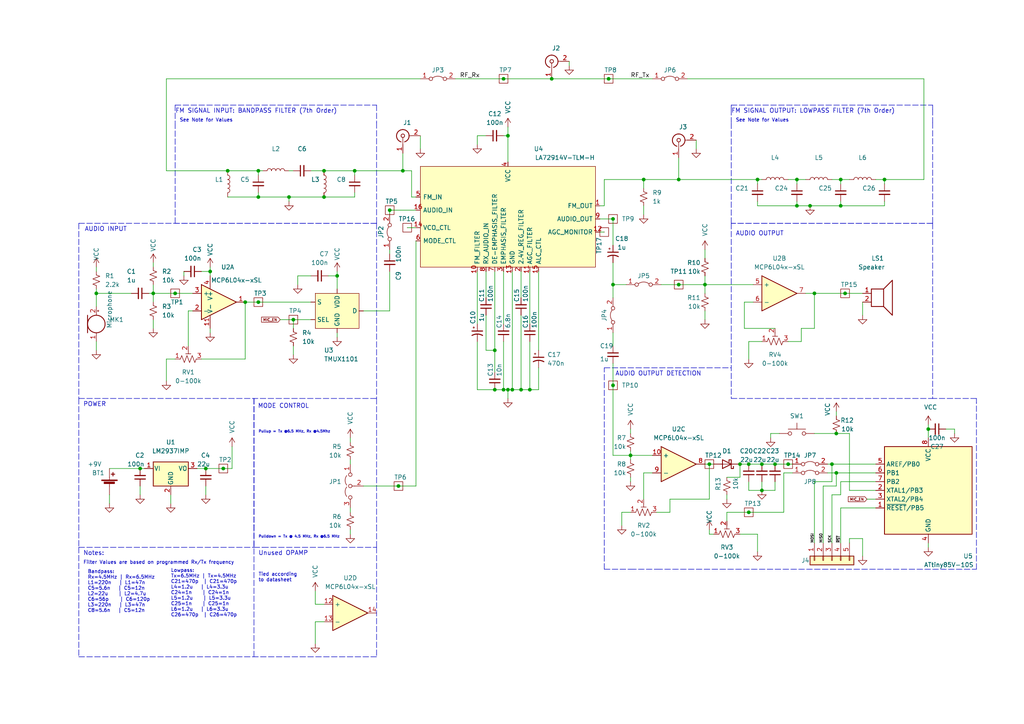
<source format=kicad_sch>
(kicad_sch (version 20210621) (generator eeschema)
  (paper "A4")
  (title_block (title "RF Tin Can") (date "2021-11-18") (rev "1.0") (company "Portland State University") (comment 1 "ECE 411 Team 4 ") (comment 2 "Authors: Josh Horejs, David Lay, Nick Lekas, Sydney McBee, Garrett Smith"))
  (junction (at 27.94 85.09))
  (junction (at 40.64 135.89))
  (junction (at 44.45 85.09))
  (junction (at 50.8 85.09))
  (junction (at 59.69 135.89))
  (junction (at 60.96 78.74))
  (junction (at 64.77 135.89))
  (junction (at 66.04 49.53))
  (junction (at 71.12 87.63))
  (junction (at 74.93 49.53))
  (junction (at 74.93 57.15))
  (junction (at 74.93 87.63))
  (junction (at 83.82 57.15))
  (junction (at 85.09 92.71))
  (junction (at 93.98 49.53))
  (junction (at 93.98 57.15))
  (junction (at 97.79 80.01))
  (junction (at 102.87 49.53))
  (junction (at 113.03 60.96))
  (junction (at 115.57 140.97))
  (junction (at 116.84 49.53))
  (junction (at 143.51 101.6))
  (junction (at 143.51 113.03))
  (junction (at 146.05 22.86))
  (junction (at 146.05 113.03))
  (junction (at 147.32 39.37))
  (junction (at 147.32 113.03))
  (junction (at 148.59 113.03))
  (junction (at 151.13 113.03))
  (junction (at 153.67 113.03))
  (junction (at 160.02 22.86))
  (junction (at 176.53 22.86))
  (junction (at 177.8 63.5))
  (junction (at 177.8 82.55))
  (junction (at 177.8 111.76))
  (junction (at 182.88 132.08))
  (junction (at 186.69 52.07))
  (junction (at 196.85 52.07))
  (junction (at 196.85 82.55))
  (junction (at 204.47 82.55))
  (junction (at 205.74 134.62))
  (junction (at 214.63 134.62))
  (junction (at 217.17 134.62))
  (junction (at 217.17 148.59))
  (junction (at 219.71 52.07))
  (junction (at 220.98 134.62))
  (junction (at 220.98 142.24))
  (junction (at 224.79 134.62))
  (junction (at 228.6 134.62))
  (junction (at 231.14 52.07))
  (junction (at 231.14 59.69))
  (junction (at 234.95 59.69))
  (junction (at 236.22 85.09))
  (junction (at 241.3 134.62))
  (junction (at 242.57 125.73))
  (junction (at 242.57 137.16))
  (junction (at 243.84 52.07))
  (junction (at 243.84 59.69))
  (junction (at 245.11 85.09))
  (junction (at 256.54 52.07))
  (junction (at 269.24 124.46))
  (wire (pts (xy 27.94 78.74) (xy 27.94 77.47)))
  (wire (pts (xy 27.94 83.82) (xy 27.94 85.09)))
  (wire (pts (xy 27.94 85.09) (xy 27.94 88.9)))
  (wire (pts (xy 27.94 85.09) (xy 38.1 85.09)))
  (wire (pts (xy 27.94 99.06) (xy 27.94 101.6)))
  (wire (pts (xy 31.75 135.89) (xy 40.64 135.89)))
  (wire (pts (xy 31.75 143.51) (xy 31.75 146.05)))
  (wire (pts (xy 40.64 135.89) (xy 41.91 135.89)))
  (wire (pts (xy 40.64 140.97) (xy 40.64 143.51)))
  (wire (pts (xy 43.18 85.09) (xy 44.45 85.09)))
  (wire (pts (xy 44.45 76.2) (xy 44.45 77.47)))
  (wire (pts (xy 44.45 82.55) (xy 44.45 85.09)))
  (wire (pts (xy 44.45 85.09) (xy 44.45 87.63)))
  (wire (pts (xy 44.45 85.09) (xy 50.8 85.09)))
  (wire (pts (xy 44.45 92.71) (xy 44.45 95.25)))
  (wire (pts (xy 48.26 22.86) (xy 121.92 22.86)))
  (wire (pts (xy 48.26 49.53) (xy 48.26 22.86)))
  (wire (pts (xy 48.26 49.53) (xy 66.04 49.53)))
  (wire (pts (xy 48.26 104.14) (xy 48.26 110.49)))
  (wire (pts (xy 48.26 104.14) (xy 50.8 104.14)))
  (wire (pts (xy 49.53 143.51) (xy 49.53 146.05)))
  (wire (pts (xy 50.8 85.09) (xy 55.88 85.09)))
  (wire (pts (xy 53.34 78.74) (xy 53.34 80.01)))
  (wire (pts (xy 54.61 90.17) (xy 54.61 100.33)))
  (wire (pts (xy 54.61 90.17) (xy 55.88 90.17)))
  (wire (pts (xy 57.15 135.89) (xy 59.69 135.89)))
  (wire (pts (xy 58.42 104.14) (xy 71.12 104.14)))
  (wire (pts (xy 59.69 135.89) (xy 64.77 135.89)))
  (wire (pts (xy 59.69 140.97) (xy 59.69 143.51)))
  (wire (pts (xy 60.96 77.47) (xy 60.96 78.74)))
  (wire (pts (xy 60.96 78.74) (xy 58.42 78.74)))
  (wire (pts (xy 60.96 78.74) (xy 60.96 80.01)))
  (wire (pts (xy 60.96 95.25) (xy 60.96 96.52)))
  (wire (pts (xy 64.77 135.89) (xy 67.31 135.89)))
  (wire (pts (xy 67.31 129.54) (xy 67.31 135.89)))
  (wire (pts (xy 71.12 87.63) (xy 71.12 104.14)))
  (wire (pts (xy 74.93 49.53) (xy 66.04 49.53)))
  (wire (pts (xy 74.93 49.53) (xy 74.93 50.8)))
  (wire (pts (xy 74.93 55.88) (xy 74.93 57.15)))
  (wire (pts (xy 74.93 57.15) (xy 66.04 57.15)))
  (wire (pts (xy 74.93 87.63) (xy 71.12 87.63)))
  (wire (pts (xy 74.93 87.63) (xy 90.17 87.63)))
  (wire (pts (xy 76.2 49.53) (xy 74.93 49.53)))
  (wire (pts (xy 81.28 92.71) (xy 85.09 92.71)))
  (wire (pts (xy 83.82 57.15) (xy 74.93 57.15)))
  (wire (pts (xy 83.82 57.15) (xy 83.82 58.42)))
  (wire (pts (xy 85.09 49.53) (xy 83.82 49.53)))
  (wire (pts (xy 85.09 92.71) (xy 85.09 95.25)))
  (wire (pts (xy 85.09 92.71) (xy 90.17 92.71)))
  (wire (pts (xy 85.09 100.33) (xy 85.09 102.87)))
  (wire (pts (xy 86.36 80.01) (xy 90.17 80.01)))
  (wire (pts (xy 86.36 82.55) (xy 86.36 80.01)))
  (wire (pts (xy 91.44 171.45) (xy 91.44 175.26)))
  (wire (pts (xy 91.44 180.34) (xy 91.44 186.69)))
  (wire (pts (xy 93.98 49.53) (xy 90.17 49.53)))
  (wire (pts (xy 93.98 57.15) (xy 83.82 57.15)))
  (wire (pts (xy 93.98 175.26) (xy 91.44 175.26)))
  (wire (pts (xy 93.98 180.34) (xy 91.44 180.34)))
  (wire (pts (xy 95.25 80.01) (xy 97.79 80.01)))
  (wire (pts (xy 97.79 80.01) (xy 97.79 78.74)))
  (wire (pts (xy 97.79 80.01) (xy 97.79 83.82)))
  (wire (pts (xy 97.79 96.52) (xy 97.79 97.79)))
  (wire (pts (xy 101.6 127) (xy 101.6 128.27)))
  (wire (pts (xy 101.6 133.35) (xy 101.6 134.62)))
  (wire (pts (xy 101.6 147.32) (xy 101.6 148.59)))
  (wire (pts (xy 101.6 153.67) (xy 101.6 154.94)))
  (wire (pts (xy 102.87 49.53) (xy 93.98 49.53)))
  (wire (pts (xy 102.87 49.53) (xy 102.87 50.8)))
  (wire (pts (xy 102.87 55.88) (xy 102.87 57.15)))
  (wire (pts (xy 102.87 57.15) (xy 93.98 57.15)))
  (wire (pts (xy 105.41 90.17) (xy 113.03 90.17)))
  (wire (pts (xy 105.41 140.97) (xy 115.57 140.97)))
  (wire (pts (xy 113.03 60.96) (xy 113.03 62.23)))
  (wire (pts (xy 113.03 72.39) (xy 113.03 73.66)))
  (wire (pts (xy 113.03 78.74) (xy 113.03 90.17)))
  (wire (pts (xy 115.57 140.97) (xy 120.65 140.97)))
  (wire (pts (xy 116.84 44.45) (xy 116.84 49.53)))
  (wire (pts (xy 116.84 49.53) (xy 102.87 49.53)))
  (wire (pts (xy 118.11 66.04) (xy 120.65 66.04)))
  (wire (pts (xy 119.38 49.53) (xy 116.84 49.53)))
  (wire (pts (xy 119.38 57.15) (xy 119.38 49.53)))
  (wire (pts (xy 120.65 57.15) (xy 119.38 57.15)))
  (wire (pts (xy 120.65 60.96) (xy 113.03 60.96)))
  (wire (pts (xy 120.65 69.85) (xy 120.65 140.97)))
  (wire (pts (xy 121.92 39.37) (xy 121.92 43.18)))
  (wire (pts (xy 132.08 22.86) (xy 146.05 22.86)))
  (wire (pts (xy 138.43 39.37) (xy 138.43 41.91)))
  (wire (pts (xy 138.43 78.74) (xy 138.43 93.98)))
  (wire (pts (xy 138.43 99.06) (xy 138.43 113.03)))
  (wire (pts (xy 138.43 113.03) (xy 143.51 113.03)))
  (wire (pts (xy 140.97 39.37) (xy 138.43 39.37)))
  (wire (pts (xy 140.97 78.74) (xy 140.97 86.36)))
  (wire (pts (xy 140.97 91.44) (xy 140.97 101.6)))
  (wire (pts (xy 140.97 101.6) (xy 143.51 101.6)))
  (wire (pts (xy 143.51 78.74) (xy 143.51 101.6)))
  (wire (pts (xy 143.51 101.6) (xy 143.51 107.95)))
  (wire (pts (xy 143.51 113.03) (xy 146.05 113.03)))
  (wire (pts (xy 146.05 22.86) (xy 160.02 22.86)))
  (wire (pts (xy 146.05 39.37) (xy 147.32 39.37)))
  (wire (pts (xy 146.05 78.74) (xy 146.05 93.98)))
  (wire (pts (xy 146.05 99.06) (xy 146.05 113.03)))
  (wire (pts (xy 146.05 113.03) (xy 147.32 113.03)))
  (wire (pts (xy 147.32 36.83) (xy 147.32 39.37)))
  (wire (pts (xy 147.32 39.37) (xy 147.32 46.99)))
  (wire (pts (xy 147.32 113.03) (xy 147.32 115.57)))
  (wire (pts (xy 148.59 78.74) (xy 148.59 113.03)))
  (wire (pts (xy 148.59 113.03) (xy 147.32 113.03)))
  (wire (pts (xy 151.13 78.74) (xy 151.13 86.36)))
  (wire (pts (xy 151.13 91.44) (xy 151.13 113.03)))
  (wire (pts (xy 151.13 113.03) (xy 148.59 113.03)))
  (wire (pts (xy 153.67 78.74) (xy 153.67 93.98)))
  (wire (pts (xy 153.67 99.06) (xy 153.67 113.03)))
  (wire (pts (xy 153.67 113.03) (xy 151.13 113.03)))
  (wire (pts (xy 153.67 113.03) (xy 156.21 113.03)))
  (wire (pts (xy 156.21 78.74) (xy 156.21 101.6)))
  (wire (pts (xy 156.21 106.68) (xy 156.21 113.03)))
  (wire (pts (xy 160.02 22.86) (xy 176.53 22.86)))
  (wire (pts (xy 165.1 17.78) (xy 165.1 19.05)))
  (wire (pts (xy 173.99 59.69) (xy 175.26 59.69)))
  (wire (pts (xy 173.99 67.31) (xy 175.26 67.31)))
  (wire (pts (xy 175.26 52.07) (xy 186.69 52.07)))
  (wire (pts (xy 175.26 59.69) (xy 175.26 52.07)))
  (wire (pts (xy 176.53 22.86) (xy 189.23 22.86)))
  (wire (pts (xy 177.8 63.5) (xy 173.99 63.5)))
  (wire (pts (xy 177.8 63.5) (xy 177.8 71.12)))
  (wire (pts (xy 177.8 76.2) (xy 177.8 82.55)))
  (wire (pts (xy 177.8 82.55) (xy 177.8 86.36)))
  (wire (pts (xy 177.8 82.55) (xy 181.61 82.55)))
  (wire (pts (xy 177.8 96.52) (xy 177.8 100.33)))
  (wire (pts (xy 177.8 105.41) (xy 177.8 111.76)))
  (wire (pts (xy 177.8 111.76) (xy 177.8 132.08)))
  (wire (pts (xy 177.8 132.08) (xy 182.88 132.08)))
  (wire (pts (xy 180.34 148.59) (xy 180.34 152.4)))
  (wire (pts (xy 182.88 124.46) (xy 182.88 125.73)))
  (wire (pts (xy 182.88 130.81) (xy 182.88 132.08)))
  (wire (pts (xy 182.88 132.08) (xy 182.88 133.35)))
  (wire (pts (xy 182.88 132.08) (xy 189.23 132.08)))
  (wire (pts (xy 182.88 138.43) (xy 182.88 139.7)))
  (wire (pts (xy 182.88 148.59) (xy 180.34 148.59)))
  (wire (pts (xy 186.69 52.07) (xy 186.69 54.61)))
  (wire (pts (xy 186.69 52.07) (xy 196.85 52.07)))
  (wire (pts (xy 186.69 59.69) (xy 186.69 62.23)))
  (wire (pts (xy 186.69 137.16) (xy 186.69 144.78)))
  (wire (pts (xy 189.23 137.16) (xy 186.69 137.16)))
  (wire (pts (xy 190.5 148.59) (xy 194.31 148.59)))
  (wire (pts (xy 191.77 82.55) (xy 196.85 82.55)))
  (wire (pts (xy 194.31 144.78) (xy 205.74 144.78)))
  (wire (pts (xy 194.31 148.59) (xy 194.31 144.78)))
  (wire (pts (xy 196.85 45.72) (xy 196.85 52.07)))
  (wire (pts (xy 196.85 52.07) (xy 219.71 52.07)))
  (wire (pts (xy 196.85 82.55) (xy 204.47 82.55)))
  (wire (pts (xy 199.39 22.86) (xy 267.97 22.86)))
  (wire (pts (xy 201.93 40.64) (xy 201.93 43.18)))
  (wire (pts (xy 204.47 72.39) (xy 204.47 74.93)))
  (wire (pts (xy 204.47 80.01) (xy 204.47 82.55)))
  (wire (pts (xy 204.47 82.55) (xy 204.47 85.09)))
  (wire (pts (xy 204.47 82.55) (xy 218.44 82.55)))
  (wire (pts (xy 204.47 90.17) (xy 204.47 92.71)))
  (wire (pts (xy 204.47 134.62) (xy 205.74 134.62)))
  (wire (pts (xy 205.74 134.62) (xy 205.74 144.78)))
  (wire (pts (xy 205.74 134.62) (xy 207.01 134.62)))
  (wire (pts (xy 205.74 153.67) (xy 205.74 154.94)))
  (wire (pts (xy 205.74 154.94) (xy 207.01 154.94)))
  (wire (pts (xy 210.82 138.43) (xy 214.63 138.43)))
  (wire (pts (xy 210.82 143.51) (xy 210.82 144.78)))
  (wire (pts (xy 210.82 148.59) (xy 210.82 151.13)))
  (wire (pts (xy 210.82 148.59) (xy 217.17 148.59)))
  (wire (pts (xy 214.63 134.62) (xy 217.17 134.62)))
  (wire (pts (xy 214.63 138.43) (xy 214.63 134.62)))
  (wire (pts (xy 214.63 154.94) (xy 219.71 154.94)))
  (wire (pts (xy 215.9 87.63) (xy 215.9 95.25)))
  (wire (pts (xy 215.9 87.63) (xy 218.44 87.63)))
  (wire (pts (xy 215.9 95.25) (xy 224.79 95.25)))
  (wire (pts (xy 217.17 99.06) (xy 217.17 104.14)))
  (wire (pts (xy 217.17 99.06) (xy 220.98 99.06)))
  (wire (pts (xy 217.17 134.62) (xy 220.98 134.62)))
  (wire (pts (xy 217.17 139.7) (xy 217.17 142.24)))
  (wire (pts (xy 217.17 142.24) (xy 220.98 142.24)))
  (wire (pts (xy 217.17 148.59) (xy 227.33 148.59)))
  (wire (pts (xy 219.71 52.07) (xy 219.71 53.34)))
  (wire (pts (xy 219.71 58.42) (xy 219.71 59.69)))
  (wire (pts (xy 219.71 154.94) (xy 219.71 160.02)))
  (wire (pts (xy 220.98 52.07) (xy 219.71 52.07)))
  (wire (pts (xy 220.98 134.62) (xy 224.79 134.62)))
  (wire (pts (xy 220.98 139.7) (xy 220.98 142.24)))
  (wire (pts (xy 223.52 125.73) (xy 226.06 125.73)))
  (wire (pts (xy 223.52 127) (xy 223.52 125.73)))
  (wire (pts (xy 224.79 134.62) (xy 228.6 134.62)))
  (wire (pts (xy 224.79 139.7) (xy 224.79 142.24)))
  (wire (pts (xy 224.79 142.24) (xy 220.98 142.24)))
  (wire (pts (xy 227.33 137.16) (xy 227.33 148.59)))
  (wire (pts (xy 227.33 137.16) (xy 229.87 137.16)))
  (wire (pts (xy 228.6 99.06) (xy 232.41 99.06)))
  (wire (pts (xy 228.6 134.62) (xy 229.87 134.62)))
  (wire (pts (xy 231.14 52.07) (xy 228.6 52.07)))
  (wire (pts (xy 231.14 52.07) (xy 231.14 53.34)))
  (wire (pts (xy 231.14 58.42) (xy 231.14 59.69)))
  (wire (pts (xy 231.14 59.69) (xy 219.71 59.69)))
  (wire (pts (xy 231.14 59.69) (xy 234.95 59.69)))
  (wire (pts (xy 232.41 95.25) (xy 236.22 95.25)))
  (wire (pts (xy 232.41 99.06) (xy 232.41 95.25)))
  (wire (pts (xy 233.68 52.07) (xy 231.14 52.07)))
  (wire (pts (xy 236.22 85.09) (xy 233.68 85.09)))
  (wire (pts (xy 236.22 85.09) (xy 236.22 95.25)))
  (wire (pts (xy 236.22 139.7) (xy 236.22 157.48)))
  (wire (pts (xy 236.22 139.7) (xy 241.3 139.7)))
  (wire (pts (xy 238.76 140.97) (xy 238.76 157.48)))
  (wire (pts (xy 238.76 140.97) (xy 242.57 140.97)))
  (wire (pts (xy 240.03 134.62) (xy 241.3 134.62)))
  (wire (pts (xy 240.03 137.16) (xy 242.57 137.16)))
  (wire (pts (xy 241.3 134.62) (xy 254 134.62)))
  (wire (pts (xy 241.3 139.7) (xy 241.3 134.62)))
  (wire (pts (xy 241.3 143.51) (xy 241.3 157.48)))
  (wire (pts (xy 241.3 143.51) (xy 243.84 143.51)))
  (wire (pts (xy 242.57 119.38) (xy 242.57 120.65)))
  (wire (pts (xy 242.57 125.73) (xy 236.22 125.73)))
  (wire (pts (xy 242.57 137.16) (xy 254 137.16)))
  (wire (pts (xy 242.57 140.97) (xy 242.57 137.16)))
  (wire (pts (xy 243.84 52.07) (xy 241.3 52.07)))
  (wire (pts (xy 243.84 52.07) (xy 243.84 53.34)))
  (wire (pts (xy 243.84 58.42) (xy 243.84 59.69)))
  (wire (pts (xy 243.84 59.69) (xy 234.95 59.69)))
  (wire (pts (xy 243.84 139.7) (xy 254 139.7)))
  (wire (pts (xy 243.84 143.51) (xy 243.84 139.7)))
  (wire (pts (xy 243.84 147.32) (xy 243.84 157.48)))
  (wire (pts (xy 243.84 147.32) (xy 254 147.32)))
  (wire (pts (xy 245.11 85.09) (xy 236.22 85.09)))
  (wire (pts (xy 246.38 52.07) (xy 243.84 52.07)))
  (wire (pts (xy 246.38 125.73) (xy 242.57 125.73)))
  (wire (pts (xy 246.38 142.24) (xy 246.38 125.73)))
  (wire (pts (xy 246.38 156.21) (xy 250.19 156.21)))
  (wire (pts (xy 246.38 157.48) (xy 246.38 156.21)))
  (wire (pts (xy 250.19 85.09) (xy 245.11 85.09)))
  (wire (pts (xy 250.19 87.63) (xy 250.19 91.44)))
  (wire (pts (xy 250.19 156.21) (xy 250.19 161.29)))
  (wire (pts (xy 251.46 144.78) (xy 254 144.78)))
  (wire (pts (xy 254 142.24) (xy 246.38 142.24)))
  (wire (pts (xy 256.54 52.07) (xy 254 52.07)))
  (wire (pts (xy 256.54 52.07) (xy 256.54 53.34)))
  (wire (pts (xy 256.54 52.07) (xy 267.97 52.07)))
  (wire (pts (xy 256.54 58.42) (xy 256.54 59.69)))
  (wire (pts (xy 256.54 59.69) (xy 243.84 59.69)))
  (wire (pts (xy 267.97 22.86) (xy 267.97 52.07)))
  (wire (pts (xy 269.24 123.19) (xy 269.24 124.46)))
  (wire (pts (xy 269.24 124.46) (xy 269.24 127)))
  (wire (pts (xy 269.24 157.48) (xy 269.24 158.75)))
  (wire (pts (xy 276.86 124.46) (xy 274.32 124.46)))
  (wire (pts (xy 276.86 124.46) (xy 276.86 125.73)))
  (polyline (pts (xy 22.86 64.77) (xy 22.86 115.57)))
  (polyline (pts (xy 22.86 64.77) (xy 50.8 64.77)))
  (polyline (pts (xy 22.86 115.57) (xy 22.86 158.75)))
  (polyline (pts (xy 22.86 115.57) (xy 109.22 115.57)))
  (polyline (pts (xy 22.86 158.75) (xy 22.86 190.5)))
  (polyline (pts (xy 22.86 158.75) (xy 73.66 158.75)))
  (polyline (pts (xy 22.86 190.5) (xy 73.66 190.5)))
  (polyline (pts (xy 50.8 30.48) (xy 50.8 35.56)))
  (polyline (pts (xy 50.8 30.48) (xy 109.22 30.48)))
  (polyline (pts (xy 50.8 64.77) (xy 50.8 35.56)))
  (polyline (pts (xy 73.66 115.57) (xy 73.66 152.4)))
  (polyline (pts (xy 73.66 115.57) (xy 73.66 158.75)))
  (polyline (pts (xy 73.66 152.4) (xy 73.66 158.75)))
  (polyline (pts (xy 73.66 158.75) (xy 76.2 158.75)))
  (polyline (pts (xy 73.66 190.5) (xy 73.66 158.75)))
  (polyline (pts (xy 76.2 158.75) (xy 109.22 158.75)))
  (polyline (pts (xy 109.22 30.48) (xy 109.22 35.56)))
  (polyline (pts (xy 109.22 35.56) (xy 109.22 64.77)))
  (polyline (pts (xy 109.22 64.77) (xy 50.8 64.77)))
  (polyline (pts (xy 109.22 64.77) (xy 50.8 64.77)))
  (polyline (pts (xy 109.22 64.77) (xy 109.22 115.57)))
  (polyline (pts (xy 109.22 115.57) (xy 109.22 152.4)))
  (polyline (pts (xy 109.22 152.4) (xy 109.22 158.75)))
  (polyline (pts (xy 109.22 158.75) (xy 109.22 190.5)))
  (polyline (pts (xy 109.22 190.5) (xy 73.66 190.5)))
  (polyline (pts (xy 175.26 106.68) (xy 212.09 106.68)))
  (polyline (pts (xy 175.26 165.1) (xy 175.26 106.68)))
  (polyline (pts (xy 175.26 165.1) (xy 182.88 165.1)))
  (polyline (pts (xy 182.88 165.1) (xy 190.5 165.1)))
  (polyline (pts (xy 190.5 165.1) (xy 283.21 165.1)))
  (polyline (pts (xy 212.09 30.48) (xy 212.09 31.75)))
  (polyline (pts (xy 212.09 30.48) (xy 270.51 30.48)))
  (polyline (pts (xy 212.09 31.75) (xy 212.09 35.56)))
  (polyline (pts (xy 212.09 64.77) (xy 212.09 35.56)))
  (polyline (pts (xy 212.09 64.77) (xy 212.09 115.57)))
  (polyline (pts (xy 212.09 115.57) (xy 270.51 115.57)))
  (polyline (pts (xy 270.51 30.48) (xy 270.51 31.75)))
  (polyline (pts (xy 270.51 31.75) (xy 270.51 35.56)))
  (polyline (pts (xy 270.51 35.56) (xy 270.51 64.77)))
  (polyline (pts (xy 270.51 64.77) (xy 212.09 64.77)))
  (polyline (pts (xy 270.51 64.77) (xy 212.09 64.77)))
  (polyline (pts (xy 270.51 64.77) (xy 270.51 115.57)))
  (polyline (pts (xy 283.21 115.57) (xy 270.51 115.57)))
  (polyline (pts (xy 283.21 116.84) (xy 283.21 115.57)))
  (polyline (pts (xy 283.21 165.1) (xy 283.21 116.84)))
  (text "POWER" (at 24.13 118.11 0) (effects (font (size 1.27 1.27)) (justify left bottom)))
  (text "Notes:" (at 24.13 161.29 0) (effects (font (size 1.27 1.27)) (justify left bottom)))
  (text "Filter Values are based on programmed Rx/Tx frequency" (at 24.13 163.83 0) (effects (font (size 1 1)) (justify left bottom)))
  (text "Bandpass:\nRx=4.5MHz | Rx=6.5MHz\nL1=220n   | L1=47n\nC5=5.6n   | C5=12n\nL2=22u    | L2=4.7u\nC6=56p	  | C6=120p\nL3=220n   | L3=47n\nC8=5.6n   | C5=12n" (at 25.4 177.8 0) (effects (font (size 1 1)) (justify left bottom)))
  (text "AUDIO INPUT" (at 36.83 67.31 180) (effects (font (size 1.27 1.27)) (justify right bottom)))
  (text "Lowpass:\nTx=6.5MHz | Tx=4.5MHz\nC21=470p  | C21=470p\nL4=1.2u   | L4=3.3u\nC24=1n    | C24=1n\nL5=1.2u	  | L5=3.3u\nC25=1n    | C25=1n\nL6=1.2u   | L6=3.3u\nC26=470p  | C26=470p" (at 49.53 179.07 0) (effects (font (size 1 1)) (justify left bottom)))
  (text "See Note for Values\n" (at 52.07 35.56 0) (effects (font (size 1 1)) (justify left bottom)))
  (text "Pullup = Tx @6.5 MHz, Rx @4.5Mhz" (at 74.93 125.73 0) (effects (font (size 0.75 0.75)) (justify left bottom)))
  (text "Pulldown = Tx @ 4.5 MHz, Rx @6.5 MHz" (at 74.93 156.21 0) (effects (font (size 0.75 0.75)) (justify left bottom)))
  (text "Unused OPAMP \n" (at 74.93 161.29 0) (effects (font (size 1.27 1.27)) (justify left bottom)))
  (text "Tied according \nto datasheet" (at 74.93 168.91 0) (effects (font (size 1 1)) (justify left bottom)))
  (text "MODE CONTROL" (at 89.662 118.618 180) (effects (font (size 1.27 1.27)) (justify right bottom)))
  (text "FM SIGNAL INPUT: BANDPASS FILTER (7th Order)\n" (at 97.79 33.02 180) (effects (font (size 1.27 1.27)) (justify right bottom)))
  (text "AUDIO OUTPUT DETECTION" (at 178.435 109.22 0) (effects (font (size 1.27 1.27)) (justify left bottom)))
  (text "FM SIGNAL OUTPUT: LOWPASS FILTER (7th Order)\n" (at 212.09 33.02 0) (effects (font (size 1.27 1.27)) (justify left bottom)))
  (text "See Note for Values\n" (at 213.36 35.56 0) (effects (font (size 1 1)) (justify left bottom)))
  (text "AUDIO OUTPUT" (at 213.36 68.58 0) (effects (font (size 1.27 1.27)) (justify left bottom)))
  (label "RF_Rx" (at 133.35 22.86 0))
  (label "RF_Tx" (at 182.88 22.86 0))
  (label "MOSI" (at 236.22 157.48 90) (effects (font (size 0.75 0.75))))
  (label "MISO" (at 238.76 157.48 90) (effects (font (size 0.75 0.75))))
  (label "SCK" (at 241.3 157.48 90) (effects (font (size 0.75 0.75))))
  (label "~{RST}" (at 243.84 157.48 90) (effects (font (size 0.75 0.75))))
  (global_label "MIC_EN" (shape input) (at 81.28 92.71 180) (effects (font (size 0.75 0.75))) (property "Intersheet References" "${INTERSHEET_REFS}" (effects hide)))
  (global_label "MIC_EN" (shape input) (at 251.46 144.78 180) (effects (font (size 0.75 0.75))) (property "Intersheet References" "${INTERSHEET_REFS}" (effects hide)))
  (symbol (lib_id "power:VCC") (at 27.94 77.47 0) (unit 1)
    (property "Reference" "#PWR01" (effects hide))
    (property "Value" "VCC" (at 27.94 73.66 90))
  )
  (symbol (lib_id "power:VCC") (at 44.45 76.2 0) (unit 1)
    (property "Reference" "#PWR05" (effects hide))
    (property "Value" "VCC" (at 44.45 71.12 90))
  )
  (symbol (lib_id "power:VCC") (at 60.96 77.47 0) (unit 1)
    (property "Reference" "#PWR011" (effects hide))
    (property "Value" "VCC" (at 60.96 72.39 90))
  )
  (symbol (lib_id "power:VCC") (at 67.31 129.54 0) (unit 1)
    (property "Reference" "#PWR013" (effects hide))
    (property "Value" "VCC" (at 67.31 125.73 90) (effects (justify left)))
  )
  (symbol (lib_id "power:VCC") (at 91.44 171.45 0) (unit 1)
    (property "Reference" "#PWR0102" (effects hide))
    (property "Value" "VCC" (at 91.44 167.64 90) (effects (justify left)))
  )
  (symbol (lib_id "power:VCC") (at 97.79 78.74 0) (unit 1)
    (property "Reference" "#PWR017" (effects hide))
    (property "Value" "VCC" (at 97.79 73.66 90))
  )
  (symbol (lib_id "power:VCC") (at 101.6 127 0) (unit 1)
    (property "Reference" "#PWR019" (effects hide))
    (property "Value" "VCC" (at 101.6 123.19 90) (effects (justify left)))
  )
  (symbol (lib_id "power:VCC") (at 147.32 36.83 0) (unit 1)
    (property "Reference" "#PWR023" (effects hide))
    (property "Value" "VCC" (at 147.32 33.02 90) (effects (justify left)))
  )
  (symbol (lib_id "power:VCC") (at 182.88 124.46 0) (unit 1)
    (property "Reference" "#PWR027" (effects hide))
    (property "Value" "VCC" (at 182.88 120.65 90) (effects (justify left)))
  )
  (symbol (lib_id "power:VCC") (at 204.47 72.39 0) (unit 1)
    (property "Reference" "#PWR031" (effects hide))
    (property "Value" "VCC" (at 204.47 68.58 90) (effects (justify left)))
  )
  (symbol (lib_id "power:VCC") (at 205.74 153.67 0) (mirror y) (unit 1)
    (property "Reference" "#PWR033" (effects hide))
    (property "Value" "VCC" (at 205.74 149.86 90))
  )
  (symbol (lib_id "power:VCC") (at 242.57 119.38 0) (unit 1)
    (property "Reference" "#PWR039" (effects hide))
    (property "Value" "VCC" (at 240.03 120.65 90) (effects (justify left)))
  )
  (symbol (lib_id "power:VCC") (at 269.24 123.19 0) (unit 1)
    (property "Reference" "#PWR043" (effects hide))
    (property "Value" "VCC" (at 267.97 118.11 0) (effects (justify left)))
  )
  (symbol (lib_id "power:GND") (at 27.94 101.6 0) (unit 1)
    (property "Reference" "#PWR02" (effects hide))
    (property "Value" "GND" (effects hide))
  )
  (symbol (lib_id "power:GND") (at 31.75 146.05 0) (unit 1)
    (property "Reference" "#PWR03" (effects hide))
    (property "Value" "GND" (effects hide))
  )
  (symbol (lib_id "power:GND") (at 40.64 143.51 0) (unit 1)
    (property "Reference" "#PWR04" (effects hide))
    (property "Value" "GND" (effects hide))
  )
  (symbol (lib_id "power:GND") (at 44.45 95.25 0) (unit 1)
    (property "Reference" "#PWR06" (effects hide))
    (property "Value" "GND" (effects hide))
  )
  (symbol (lib_id "power:GND") (at 48.26 110.49 0) (unit 1)
    (property "Reference" "#PWR07" (effects hide))
    (property "Value" "GND" (effects hide))
  )
  (symbol (lib_id "power:GND") (at 49.53 146.05 0) (unit 1)
    (property "Reference" "#PWR08" (effects hide))
    (property "Value" "GND" (effects hide))
  )
  (symbol (lib_id "power:GND") (at 53.34 80.01 0) (mirror y) (unit 1)
    (property "Reference" "#PWR09" (effects hide))
    (property "Value" "GND" (effects hide))
  )
  (symbol (lib_id "power:GND") (at 59.69 143.51 0) (unit 1)
    (property "Reference" "#PWR010" (effects hide))
    (property "Value" "GND" (effects hide))
  )
  (symbol (lib_id "power:GND") (at 60.96 96.52 0) (unit 1)
    (property "Reference" "#PWR012" (effects hide))
    (property "Value" "GND" (effects hide))
  )
  (symbol (lib_id "power:GND") (at 83.82 58.42 0) (unit 1)
    (property "Reference" "#PWR014" (effects hide))
    (property "Value" "GND" (effects hide))
  )
  (symbol (lib_id "power:GND") (at 85.09 102.87 0) (unit 1)
    (property "Reference" "#PWR015" (effects hide))
    (property "Value" "GND" (effects hide))
  )
  (symbol (lib_id "power:GND") (at 86.36 82.55 0) (unit 1)
    (property "Reference" "#PWR016" (effects hide))
    (property "Value" "GND" (effects hide))
  )
  (symbol (lib_id "power:GND") (at 91.44 186.69 0) (unit 1)
    (property "Reference" "#PWR0103" (effects hide))
    (property "Value" "GND" (effects hide))
  )
  (symbol (lib_id "power:GND") (at 97.79 97.79 0) (unit 1)
    (property "Reference" "#PWR018" (effects hide))
    (property "Value" "GND" (effects hide))
  )
  (symbol (lib_id "power:GND") (at 101.6 154.94 0) (unit 1)
    (property "Reference" "#PWR020" (effects hide))
    (property "Value" "GND" (effects hide))
  )
  (symbol (lib_id "power:GND") (at 121.92 43.18 0) (mirror y) (unit 1)
    (property "Reference" "#PWR021" (effects hide))
    (property "Value" "GND" (effects hide))
  )
  (symbol (lib_id "power:GND") (at 138.43 41.91 0) (unit 1)
    (property "Reference" "#PWR022" (effects hide))
    (property "Value" "GND" (effects hide))
  )
  (symbol (lib_id "power:GND") (at 147.32 115.57 0) (unit 1)
    (property "Reference" "#PWR024" (effects hide))
    (property "Value" "GND" (effects hide))
  )
  (symbol (lib_id "power:GND") (at 165.1 19.05 0) (unit 1)
    (property "Reference" "#PWR025" (effects hide))
    (property "Value" "GND" (effects hide))
  )
  (symbol (lib_id "power:GND") (at 180.34 152.4 0) (unit 1)
    (property "Reference" "#PWR026" (effects hide))
    (property "Value" "GND" (effects hide))
  )
  (symbol (lib_id "power:GND") (at 182.88 139.7 0) (unit 1)
    (property "Reference" "#PWR028" (effects hide))
    (property "Value" "GND" (effects hide))
  )
  (symbol (lib_id "power:GND") (at 186.69 62.23 0) (mirror y) (unit 1)
    (property "Reference" "#PWR029" (effects hide))
    (property "Value" "GND" (effects hide))
  )
  (symbol (lib_id "power:GND") (at 201.93 43.18 0) (mirror y) (unit 1)
    (property "Reference" "#PWR030" (effects hide))
    (property "Value" "GND" (effects hide))
  )
  (symbol (lib_id "power:GND") (at 204.47 92.71 0) (unit 1)
    (property "Reference" "#PWR032" (effects hide))
    (property "Value" "GND" (effects hide))
  )
  (symbol (lib_id "power:GND") (at 210.82 144.78 0) (unit 1)
    (property "Reference" "#PWR0101" (effects hide))
    (property "Value" "GND" (effects hide))
  )
  (symbol (lib_id "power:GND") (at 217.17 104.14 0) (unit 1)
    (property "Reference" "#PWR034" (effects hide))
    (property "Value" "GND" (effects hide))
  )
  (symbol (lib_id "power:GND") (at 219.71 160.02 0) (unit 1)
    (property "Reference" "#PWR035" (effects hide))
    (property "Value" "GND" (effects hide))
  )
  (symbol (lib_id "power:GND") (at 220.98 142.24 0) (mirror y) (unit 1)
    (property "Reference" "#PWR036" (effects hide))
    (property "Value" "GND" (effects hide))
  )
  (symbol (lib_id "power:GND") (at 223.52 127 0) (unit 1)
    (property "Reference" "#PWR037" (effects hide))
    (property "Value" "GND" (effects hide))
  )
  (symbol (lib_id "power:GND") (at 234.95 59.69 0) (mirror y) (unit 1)
    (property "Reference" "#PWR038" (effects hide))
    (property "Value" "GND" (effects hide))
  )
  (symbol (lib_id "power:GND") (at 250.19 91.44 0) (unit 1)
    (property "Reference" "#PWR041" (effects hide))
    (property "Value" "GND" (effects hide))
  )
  (symbol (lib_id "power:GND") (at 250.19 161.29 0) (unit 1)
    (property "Reference" "#PWR040" (effects hide))
    (property "Value" "GND" (effects hide))
  )
  (symbol (lib_id "power:GND") (at 269.24 158.75 0) (unit 1)
    (property "Reference" "#PWR044" (effects hide))
    (property "Value" "GND" (effects hide))
  )
  (symbol (lib_id "power:GND") (at 276.86 125.73 0) (unit 1)
    (property "Reference" "#PWR042" (effects hide))
    (property "Value" "GND" (effects hide))
  )
  (symbol (lib_id "Testpoint:Testpoint") (at 50.8 85.09 0) (unit 1) (in_bom no)
    (property "Reference" "TP1" (at 49.53 87.63 0) (effects (justify left)))
    (property "Value" "Testpoint" (effects hide))
    (property "Footprint" "Connector_PinHeader_1.00mm:PinHeader_1x01_P1.00mm_Vertical" (effects hide))
  )
  (symbol (lib_id "Testpoint:Testpoint") (at 64.77 135.89 0) (unit 1) (in_bom no)
    (property "Reference" "TP2" (at 63.5 133.35 0) (effects (justify left)))
    (property "Value" "Testpoint" (effects hide))
    (property "Footprint" "Connector_PinHeader_1.00mm:PinHeader_1x01_P1.00mm_Vertical" (effects hide))
  )
  (symbol (lib_id "Testpoint:Testpoint") (at 74.93 87.63 0) (unit 1) (in_bom no)
    (property "Reference" "TP3" (at 73.66 85.09 0) (effects (justify left)))
    (property "Value" "Testpoint" (effects hide))
    (property "Footprint" "Connector_PinHeader_1.00mm:PinHeader_1x01_P1.00mm_Vertical" (effects hide))
  )
  (symbol (lib_id "Testpoint:Testpoint") (at 85.09 92.71 0) (unit 1) (in_bom no)
    (property "Reference" "TP4" (at 83.82 90.17 0) (effects (justify left)))
    (property "Value" "Testpoint" (effects hide))
    (property "Footprint" "Connector_PinHeader_1.00mm:PinHeader_1x01_P1.00mm_Vertical" (effects hide))
  )
  (symbol (lib_name "Testpoint_16") (lib_id "Testpoint:Testpoint") (at 113.03 60.96 0) (unit 1) (in_bom no)
    (property "Reference" "TP5" (at 111.76 58.42 0) (effects (justify left)))
    (property "Value" "Testpoint" (effects hide))
    (property "Footprint" "Connector_PinHeader_1.00mm:PinHeader_1x01_P1.00mm_Vertical" (effects hide))
  )
  (symbol (lib_id "Testpoint:Testpoint") (at 115.57 140.97 0) (unit 1) (in_bom no)
    (property "Reference" "TP6" (at 114.3 138.43 0) (effects (justify left)))
    (property "Value" "Testpoint" (effects hide))
    (property "Footprint" "Connector_PinHeader_1.00mm:PinHeader_1x01_P1.00mm_Vertical" (effects hide))
  )
  (symbol (lib_id "Testpoint:Testpoint") (at 118.11 66.04 0) (unit 1) (in_bom no)
    (property "Reference" "TP16" (at 115.57 63.5 0) (effects (justify left)))
    (property "Value" "Testpoint" (effects hide))
    (property "Footprint" "Connector_PinHeader_1.00mm:PinHeader_1x01_P1.00mm_Vertical" (effects hide))
  )
  (symbol (lib_id "Testpoint:Testpoint") (at 146.05 22.86 0) (unit 1) (in_bom no)
    (property "Reference" "TP7" (at 144.78 20.32 0) (effects (justify left)))
    (property "Value" "Testpoint" (effects hide))
    (property "Footprint" "Connector_PinHeader_1.00mm:PinHeader_1x01_P1.00mm_Vertical" (effects hide))
  )
  (symbol (lib_name "Testpoint_15") (lib_id "Testpoint:Testpoint") (at 175.26 67.31 0) (unit 1) (in_bom no)
    (property "Reference" "TP17" (at 173.736 73.66 90) (effects (justify left)))
    (property "Value" "Testpoint" (effects hide))
    (property "Footprint" "Connector_PinHeader_1.00mm:PinHeader_1x01_P1.00mm_Vertical" (effects hide))
  )
  (symbol (lib_name "Testpoint_13") (lib_id "Testpoint:Testpoint") (at 176.53 22.86 0) (unit 1) (in_bom no)
    (property "Reference" "TP8" (at 175.26 20.32 0) (effects (justify left)))
    (property "Value" "Testpoint" (effects hide))
    (property "Footprint" "Connector_PinHeader_1.00mm:PinHeader_1x01_P1.00mm_Vertical" (effects hide))
  )
  (symbol (lib_name "Testpoint_5") (lib_id "Testpoint:Testpoint") (at 177.8 63.5 0) (unit 1) (in_bom no)
    (property "Reference" "TP9" (at 180.34 63.5 0) (effects (justify left)))
    (property "Value" "Testpoint" (effects hide))
    (property "Footprint" "Connector_PinHeader_1.00mm:PinHeader_1x01_P1.00mm_Vertical" (effects hide))
  )
  (symbol (lib_name "Testpoint_8") (lib_id "Testpoint:Testpoint") (at 177.8 111.76 0) (unit 1) (in_bom no)
    (property "Reference" "TP10" (at 180.34 111.76 0) (effects (justify left)))
    (property "Value" "Testpoint" (effects hide))
    (property "Footprint" "Connector_PinHeader_1.00mm:PinHeader_1x01_P1.00mm_Vertical" (effects hide))
  )
  (symbol (lib_name "Testpoint_2") (lib_id "Testpoint:Testpoint") (at 196.85 82.55 0) (unit 1) (in_bom no)
    (property "Reference" "TP11" (at 196.85 78.74 0))
    (property "Value" "Testpoint" (effects hide))
    (property "Footprint" "Connector_PinHeader_1.00mm:PinHeader_1x01_P1.00mm_Vertical" (effects hide))
  )
  (symbol (lib_name "Testpoint_7") (lib_id "Testpoint:Testpoint") (at 205.74 134.62 0) (unit 1) (in_bom no)
    (property "Reference" "TP12" (at 204.47 132.08 0) (effects (justify left)))
    (property "Value" "Testpoint" (effects hide))
    (property "Footprint" "Connector_PinHeader_1.00mm:PinHeader_1x01_P1.00mm_Vertical" (effects hide))
  )
  (symbol (lib_name "Testpoint_4") (lib_id "Testpoint:Testpoint") (at 217.17 148.59 0) (unit 1) (in_bom no)
    (property "Reference" "TP13" (at 215.9 146.05 0) (effects (justify left)))
    (property "Value" "Testpoint" (effects hide))
    (property "Footprint" "Connector_PinHeader_1.00mm:PinHeader_1x01_P1.00mm_Vertical" (effects hide))
  )
  (symbol (lib_name "Testpoint_9") (lib_id "Testpoint:Testpoint") (at 228.6 134.62 0) (unit 1) (in_bom no)
    (property "Reference" "TP14" (at 227.33 132.08 0) (effects (justify left)))
    (property "Value" "Testpoint" (effects hide))
    (property "Footprint" "Connector_PinHeader_1.00mm:PinHeader_1x01_P1.00mm_Vertical" (effects hide))
  )
  (symbol (lib_name "Testpoint_6") (lib_id "Testpoint:Testpoint") (at 245.11 85.09 0) (unit 1) (in_bom no)
    (property "Reference" "TP15" (at 243.84 82.55 0) (effects (justify left)))
    (property "Value" "Testpoint" (effects hide))
    (property "Footprint" "Connector_PinHeader_1.00mm:PinHeader_1x01_P1.00mm_Vertical" (effects hide))
  )
  (symbol (lib_id "Device:L") (at 66.04 53.34 0) (mirror x) (unit 1)
    (property "Reference" "L1" (at 64.77 52.07 0) (effects (justify right)))
    (property "Value" "220n" (effects hide))
    (property "Footprint" "Capacitor_SMD:C_0603_1608Metric_Pad1.08x0.95mm_HandSolder" (effects hide))
    (property "Cost Ea" ".67" (effects hide))
    (property "DPN" "994-0603DC-R22XJRW" (effects hide))
    (property "Description" "Fixed Inductors 0603 220nH 160mA 5% DCR=1.69OhmsAEC-Q200" (effects hide))
    (property "Distributor" "Mouser" (effects hide))
    (property "MPN" "0603DC-R22XJRW" (effects hide))
  )
  (symbol (lib_id "Device:L") (at 80.01 49.53 270) (mirror x) (unit 1)
    (property "Reference" "L2" (at 80.01 43.18 90))
    (property "Value" "220n" (effects hide))
    (property "Footprint" "Capacitor_SMD:C_0603_1608Metric_Pad1.08x0.95mm_HandSolder" (effects hide))
    (property "Cost Ea" ".67" (effects hide))
    (property "DPN" "994-0603DC-R22XJRW" (effects hide))
    (property "Description" "Fixed Inductors 0603 220nH 160mA 5% DCR=1.69OhmsAEC-Q200" (effects hide))
    (property "Distributor" "Mouser" (effects hide))
    (property "MPN" "0603DC-R22XJRW" (effects hide))
  )
  (symbol (lib_id "Device:L") (at 93.98 53.34 0) (mirror x) (unit 1)
    (property "Reference" "L3" (at 92.71 52.07 0) (effects (justify right)))
    (property "Value" "220n" (effects hide))
    (property "Footprint" "Capacitor_SMD:C_0603_1608Metric_Pad1.08x0.95mm_HandSolder" (effects hide))
    (property "Cost Ea" ".67" (effects hide))
    (property "DPN" "994-0603DC-R22XJRW" (effects hide))
    (property "Description" "Fixed Inductors 0603 220nH 160mA 5% DCR=1.69OhmsAEC-Q200" (effects hide))
    (property "Distributor" "Mouser" (effects hide))
    (property "MPN" "0603DC-R22XJRW" (effects hide))
  )
  (symbol (lib_id "Device:L") (at 224.79 52.07 270) (mirror x) (unit 1)
    (property "Reference" "L4" (at 224.79 45.72 90))
    (property "Value" "3.3u" (effects hide))
    (property "Footprint" "Capacitor_SMD:C_0603_1608Metric_Pad1.08x0.95mm_HandSolder" (effects hide))
    (property "DPN" "652-CWF1610-3R3K" (effects hide))
    (property "Description" "Fixed Inductors Ind,1.6x1x1mm,3.3uH+/-10%,0.5A,non-shd" (effects hide))
    (property "Distributor" "Mouser" (effects hide))
    (property "MPN" "CWF1610-3R3K" (effects hide))
    (property "Cost Ea" ".54" (effects hide))
  )
  (symbol (lib_id "Device:L") (at 237.49 52.07 270) (mirror x) (unit 1)
    (property "Reference" "L5" (at 237.49 45.72 90))
    (property "Value" "3.3u" (effects hide))
    (property "Footprint" "Capacitor_SMD:C_0603_1608Metric_Pad1.08x0.95mm_HandSolder" (effects hide))
    (property "DPN" "652-CWF1610-3R3K" (effects hide))
    (property "Description" "Fixed Inductors Ind,1.6x1x1mm,3.3uH+/-10%,0.5A,non-shd" (effects hide))
    (property "Distributor" "Mouser" (effects hide))
    (property "MPN" "CWF1610-3R3K" (effects hide))
    (property "Cost Ea" ".54" (effects hide))
  )
  (symbol (lib_id "Device:L") (at 250.19 52.07 270) (mirror x) (unit 1)
    (property "Reference" "L6" (at 250.19 45.72 90))
    (property "Value" "3.3u" (effects hide))
    (property "Footprint" "Capacitor_SMD:C_0603_1608Metric_Pad1.08x0.95mm_HandSolder" (effects hide))
    (property "DPN" "652-CWF1610-3R3K" (effects hide))
    (property "Description" "Fixed Inductors Ind,1.6x1x1mm,3.3uH+/-10%,0.5A,non-shd" (effects hide))
    (property "Distributor" "Mouser" (effects hide))
    (property "MPN" "CWF1610-3R3K" (effects hide))
    (property "Cost Ea" ".54" (effects hide))
  )
  (symbol (lib_id "Device:R_Small_US") (at 27.94 81.28 180) (unit 1)
    (property "Reference" "R1" (at 30.48 80.01 0) (effects (justify right)))
    (property "Value" "2.2k" (at 30.48 82.55 0) (effects (justify right)))
    (property "Footprint" "Resistor_SMD:R_0603_1608Metric_Pad0.98x0.95mm_HandSolder" (effects hide))
    (property "Cost Ea" ".10" (effects hide))
    (property "DPN" "13-RT0603FRE132K2LTR-ND" (effects hide))
    (property "Description" "2.2 kOhms ±1% 0.1W, 1/10W Chip Resistor 0603 (1608 Metric) - Thin Film" (effects hide))
    (property "Distributor" "Digi-Key" (effects hide))
    (property "MPN" "RT0603FRE132K2L" (effects hide))
  )
  (symbol (lib_id "Device:R_Small_US") (at 44.45 80.01 180) (unit 1)
    (property "Reference" "R2" (at 46.99 78.74 0) (effects (justify right)))
    (property "Value" "10k" (at 46.99 81.28 0) (effects (justify right)))
    (property "Footprint" "Resistor_SMD:R_0603_1608Metric_Pad0.98x0.95mm_HandSolder" (effects hide))
    (property "Cost Ea" ".10" (effects hide))
    (property "DPN" "13-RT0603FRE132K2LTR-ND" (effects hide))
    (property "Description" "2.2 kOhms ±1% 0.1W, 1/10W Chip Resistor 0603 (1608 Metric) - Thin Film" (effects hide))
    (property "Distributor" "Digi-Key" (effects hide))
    (property "MPN" "RT0603FRE132K2L" (effects hide))
  )
  (symbol (lib_id "Device:R_Small_US") (at 44.45 90.17 180) (unit 1)
    (property "Reference" "R3" (at 46.99 88.9 0) (effects (justify right)))
    (property "Value" "10k" (at 46.99 91.44 0) (effects (justify right)))
    (property "Footprint" "Resistor_SMD:R_0603_1608Metric_Pad0.98x0.95mm_HandSolder" (effects hide))
    (property "Cost Ea" ".10" (effects hide))
    (property "DPN" "13-RT0603FRE132K2LTR-ND" (effects hide))
    (property "Description" "2.2 kOhms ±1% 0.1W, 1/10W Chip Resistor 0603 (1608 Metric) - Thin Film" (effects hide))
    (property "Distributor" "Digi-Key" (effects hide))
    (property "MPN" "RT0603FRE132K2L" (effects hide))
  )
  (symbol (lib_id "Device:R_Small_US") (at 85.09 97.79 180) (unit 1)
    (property "Reference" "R4" (at 87.63 96.52 0) (effects (justify right)))
    (property "Value" "10k" (at 87.63 99.06 0) (effects (justify right)))
    (property "Footprint" "Resistor_SMD:R_0603_1608Metric_Pad0.98x0.95mm_HandSolder" (effects hide))
    (property "Cost Ea" ".10" (effects hide))
    (property "DPN" "13-RT0603FRE132K2LTR-ND" (effects hide))
    (property "Description" "2.2 kOhms ±1% 0.1W, 1/10W Chip Resistor 0603 (1608 Metric) - Thin Film" (effects hide))
    (property "Distributor" "Digi-Key" (effects hide))
    (property "MPN" "RT0603FRE132K2L" (effects hide))
  )
  (symbol (lib_id "Device:R_Small_US") (at 101.6 130.81 0) (unit 1)
    (property "Reference" "R5" (at 99.06 129.54 0) (effects (justify right)))
    (property "Value" "10k" (at 99.06 132.08 0) (effects (justify right)))
    (property "Footprint" "Resistor_SMD:R_0603_1608Metric_Pad0.98x0.95mm_HandSolder" (effects hide))
    (property "Cost Ea" ".10" (effects hide))
    (property "DPN" "13-RT0603FRE132K2LTR-ND" (effects hide))
    (property "Description" "2.2 kOhms ±1% 0.1W, 1/10W Chip Resistor 0603 (1608 Metric) - Thin Film" (effects hide))
    (property "Distributor" "Digi-Key" (effects hide))
    (property "MPN" "RT0603FRE132K2L" (effects hide))
  )
  (symbol (lib_id "Device:R_Small_US") (at 101.6 151.13 0) (unit 1)
    (property "Reference" "R6" (at 99.06 149.86 0) (effects (justify right)))
    (property "Value" "10k" (at 99.06 152.4 0) (effects (justify right)))
    (property "Footprint" "Resistor_SMD:R_0603_1608Metric_Pad0.98x0.95mm_HandSolder" (effects hide))
    (property "Cost Ea" ".10" (effects hide))
    (property "DPN" "13-RT0603FRE132K2LTR-ND" (effects hide))
    (property "Description" "2.2 kOhms ±1% 0.1W, 1/10W Chip Resistor 0603 (1608 Metric) - Thin Film" (effects hide))
    (property "Distributor" "Digi-Key" (effects hide))
    (property "MPN" "RT0603FRE132K2L" (effects hide))
  )
  (symbol (lib_id "Device:R_Small_US") (at 182.88 128.27 0) (unit 1)
    (property "Reference" "R7" (at 181.61 127 0) (effects (justify right)))
    (property "Value" "10k" (at 181.61 129.54 0) (effects (justify right)))
    (property "Footprint" "Resistor_SMD:R_0603_1608Metric_Pad0.98x0.95mm_HandSolder" (effects hide))
    (property "Cost Ea" ".10" (effects hide))
    (property "DPN" "13-RT0603FRE132K2LTR-ND" (effects hide))
    (property "Description" "2.2 kOhms ±1% 0.1W, 1/10W Chip Resistor 0603 (1608 Metric) - Thin Film" (effects hide))
    (property "Distributor" "Digi-Key" (effects hide))
    (property "MPN" "RT0603FRE132K2L" (effects hide))
  )
  (symbol (lib_id "Device:R_Small_US") (at 182.88 135.89 0) (unit 1)
    (property "Reference" "R8" (at 181.61 134.62 0) (effects (justify right)))
    (property "Value" "10k" (at 181.61 137.16 0) (effects (justify right)))
    (property "Footprint" "Resistor_SMD:R_0603_1608Metric_Pad0.98x0.95mm_HandSolder" (effects hide))
    (property "Cost Ea" ".10" (effects hide))
    (property "DPN" "13-RT0603FRE132K2LTR-ND" (effects hide))
    (property "Description" "2.2 kOhms ±1% 0.1W, 1/10W Chip Resistor 0603 (1608 Metric) - Thin Film" (effects hide))
    (property "Distributor" "Digi-Key" (effects hide))
    (property "MPN" "RT0603FRE132K2L" (effects hide))
  )
  (symbol (lib_id "Device:R_Small_US") (at 186.69 57.15 180) (unit 1)
    (property "Reference" "R9" (at 189.23 55.88 0) (effects (justify right)))
    (property "Value" "1k" (at 189.23 58.42 0) (effects (justify right)))
    (property "Footprint" "Resistor_SMD:R_0603_1608Metric_Pad0.98x0.95mm_HandSolder" (effects hide))
    (property "Cost Ea" ".10" (effects hide))
    (property "DPN" "13-RT0603FRE132K2LTR-ND" (effects hide))
    (property "Description" "2.2 kOhms ±1% 0.1W, 1/10W Chip Resistor 0603 (1608 Metric) - Thin Film" (effects hide))
    (property "Distributor" "Digi-Key" (effects hide))
    (property "MPN" "RT0603FRE132K2L" (effects hide))
  )
  (symbol (lib_id "Device:R_Small_US") (at 204.47 77.47 0) (unit 1)
    (property "Reference" "R10" (at 203.2 76.2 0) (effects (justify right)))
    (property "Value" "10k" (at 203.2 78.74 0) (effects (justify right)))
    (property "Footprint" "Resistor_SMD:R_0603_1608Metric_Pad0.98x0.95mm_HandSolder" (effects hide))
    (property "Cost Ea" ".10" (effects hide))
    (property "DPN" "13-RT0603FRE132K2LTR-ND" (effects hide))
    (property "Description" "2.2 kOhms ±1% 0.1W, 1/10W Chip Resistor 0603 (1608 Metric) - Thin Film" (effects hide))
    (property "Distributor" "Digi-Key" (effects hide))
    (property "MPN" "RT0603FRE132K2L" (effects hide))
  )
  (symbol (lib_id "Device:R_Small_US") (at 204.47 87.63 0) (unit 1)
    (property "Reference" "R11" (at 203.2 86.36 0) (effects (justify right)))
    (property "Value" "10k" (at 203.2 88.9 0) (effects (justify right)))
    (property "Footprint" "Resistor_SMD:R_0603_1608Metric_Pad0.98x0.95mm_HandSolder" (effects hide))
    (property "Cost Ea" ".10" (effects hide))
    (property "DPN" "13-RT0603FRE132K2LTR-ND" (effects hide))
    (property "Description" "2.2 kOhms ±1% 0.1W, 1/10W Chip Resistor 0603 (1608 Metric) - Thin Film" (effects hide))
    (property "Distributor" "Digi-Key" (effects hide))
    (property "MPN" "RT0603FRE132K2L" (effects hide))
  )
  (symbol (lib_id "Device:R_Small_US") (at 210.82 140.97 0) (unit 1)
    (property "Reference" "R13" (at 208.28 138.43 90) (effects (justify right)))
    (property "Value" "10k" (at 213.36 138.43 90) (effects (justify right)))
    (property "Footprint" "Resistor_SMD:R_0603_1608Metric_Pad0.98x0.95mm_HandSolder" (effects hide))
    (property "Cost Ea" ".10" (effects hide))
    (property "DPN" "13-RT0603FRE132K2LTR-ND" (effects hide))
    (property "Description" "2.2 kOhms ±1% 0.1W, 1/10W Chip Resistor 0603 (1608 Metric) - Thin Film" (effects hide))
    (property "Distributor" "Digi-Key" (effects hide))
    (property "MPN" "RT0603FRE132K2L" (effects hide))
  )
  (symbol (lib_id "Device:R_Small_US") (at 242.57 123.19 0) (unit 1)
    (property "Reference" "R12" (at 247.65 121.92 0) (effects (justify right)))
    (property "Value" "10k" (at 247.65 124.46 0) (effects (justify right)))
    (property "Footprint" "Resistor_SMD:R_0603_1608Metric_Pad0.98x0.95mm_HandSolder" (effects hide))
    (property "Cost Ea" ".10" (effects hide))
    (property "DPN" "13-RT0603FRE132K2LTR-ND" (effects hide))
    (property "Description" "2.2 kOhms ±1% 0.1W, 1/10W Chip Resistor 0603 (1608 Metric) - Thin Film" (effects hide))
    (property "Distributor" "Digi-Key" (effects hide))
    (property "MPN" "RT0603FRE132K2L" (effects hide))
  )
  (symbol (lib_id "Amplifier_Operational:MCP6L04x-xSL") (at 63.5 87.63 0) (unit 5)
    (property "Reference" "U2" (effects hide))
    (property "Value" "MCP6L04x-xSL" (effects hide))
    (property "Footprint" "Package_SO:SOIC-14_3.9x8.7mm_P1.27mm" (effects hide))
    (property "Datasheet" "http://ww1.microchip.com/downloads/en/devicedoc/22140b.pdf" (effects hide))
  )
  (symbol (lib_id "Jumper:Jumper_2_Bridged") (at 113.03 67.31 90) (unit 1)
    (property "Reference" "JP2" (at 110.49 67.31 0))
    (property "Value" "Jumper" (effects hide))
    (property "Footprint" "Jumper:SolderJumper-2_P1.3mm_Open_RoundedPad1.0x1.5mm" (effects hide))
  )
  (symbol (lib_id "Jumper:Jumper_2_Bridged") (at 127 22.86 0) (unit 1)
    (property "Reference" "JP3" (at 127 20.32 0))
    (property "Value" "Jumper" (effects hide))
    (property "Footprint" "Jumper:SolderJumper-2_P1.3mm_Open_RoundedPad1.0x1.5mm" (effects hide))
  )
  (symbol (lib_id "Jumper:Jumper_2_Bridged") (at 177.8 91.44 90) (unit 1)
    (property "Reference" "JP4" (at 175.26 91.44 0))
    (property "Value" "Jumper" (effects hide))
    (property "Footprint" "Jumper:SolderJumper-2_P1.3mm_Open_RoundedPad1.0x1.5mm" (effects hide))
  )
  (symbol (lib_id "Jumper:Jumper_2_Bridged") (at 186.69 82.55 0) (unit 1)
    (property "Reference" "JP5" (at 186.69 80.01 0))
    (property "Value" "Jumper" (effects hide))
    (property "Footprint" "Jumper:SolderJumper-2_P1.3mm_Open_RoundedPad1.0x1.5mm" (effects hide))
  )
  (symbol (lib_id "Jumper:Jumper_2_Bridged") (at 194.31 22.86 0) (unit 1)
    (property "Reference" "JP6" (at 194.31 20.32 0))
    (property "Value" "Jumper" (effects hide))
    (property "Footprint" "Jumper:SolderJumper-2_P1.3mm_Open_RoundedPad1.0x1.5mm" (effects hide))
  )
  (symbol (lib_id "Jumper:Jumper_2_Bridged") (at 234.95 134.62 0) (unit 1)
    (property "Reference" "JP7" (at 234.95 132.08 0))
    (property "Value" "Connector_PinHeader_1.00mm:PinHeader_1x02_P1.00mm_Vertical" (effects hide))
    (property "Footprint" "Connector_PinSocket_2.54mm:PinSocket_1x02_P2.54mm_Vertical" (effects hide))
  )
  (symbol (lib_id "Jumper:Jumper_2_Bridged") (at 234.95 137.16 0) (unit 1)
    (property "Reference" "JP8" (at 234.95 139.7 0))
    (property "Value" "Jumper_2_Bridged" (effects hide))
    (property "Footprint" "Connector_PinSocket_2.54mm:PinSocket_1x02_P2.54mm_Vertical" (effects hide))
  )
  (symbol (lib_name "C_Polarized_Small_US_1") (lib_id "Device:C_Polarized_Small_US") (at 138.43 96.52 0) (unit 1)
    (property "Reference" "C10" (at 137.16 92.075 90))
    (property "Value" "1u" (at 139.7 92.075 90))
    (property "Footprint" "Capacitor_THT:C_Radial_D5.0mm_H5.0mm_P2.00mm" (effects hide))
    (property "Cost Ea" ".1" (effects hide))
    (property "DPN" "732-8851-1-ND" (effects hide))
    (property "Description" "1 µF 50 V Aluminum Electrolytic Capacitors Radial" (effects hide))
    (property "Distributor" "Digi-Key" (effects hide))
    (property "MPN" "860020672005" (effects hide))
  )
  (symbol (lib_id "Device:C_Polarized_Small_US") (at 156.21 104.14 0) (unit 1)
    (property "Reference" "C17" (at 158.75 102.87 0) (effects (justify left)))
    (property "Value" "470n" (at 158.75 105.41 0) (effects (justify left)))
    (property "Footprint" "Capacitor_THT:C_Radial_D5.0mm_H5.0mm_P2.00mm" (effects hide))
    (property "Cost Ea" ".11" (effects hide))
    (property "DPN" "732-8656-1-ND" (effects hide))
    (property "Description" "0.47 µF 50 V Aluminum Electrolytic Capacitors Radial" (effects hide))
    (property "Distributor" "Digi-Key" (effects hide))
    (property "MPN" "860010672004" (effects hide))
  )
  (symbol (lib_name "C_Polarized_Small_US_1") (lib_id "Device:C_Polarized_Small_US") (at 177.8 73.66 0) (unit 1)
    (property "Reference" "C18" (at 180.34 69.215 0))
    (property "Value" "1u" (at 180.34 71.755 0))
    (property "Footprint" "Capacitor_THT:C_Radial_D5.0mm_H5.0mm_P2.00mm" (effects hide))
    (property "Cost Ea" ".1" (effects hide))
    (property "DPN" "732-8851-1-ND" (effects hide))
    (property "Description" "1 µF 50 V Aluminum Electrolytic Capacitors Radial" (effects hide))
    (property "Distributor" "Digi-Key" (effects hide))
    (property "MPN" "860020672005" (effects hide))
  )
  (symbol (lib_id "Device:C_Small") (at 40.64 85.09 270) (unit 1)
    (property "Reference" "C1" (at 38.1 78.74 90))
    (property "Value" "1u" (at 38.1 81.28 90))
    (property "Footprint" "Capacitor_SMD:C_0603_1608Metric_Pad1.08x0.95mm_HandSolder" (effects hide))
    (property "Cost Ea" ".1" (effects hide))
    (property "DPN" "1276-1034-2-ND" (effects hide))
    (property "Description" "1 µF ±10% 16V Ceramic Capacitor X5R 0603 (1608 Metric)" (effects hide))
    (property "Distributor" "Digi-Key" (effects hide))
    (property "MPN" "CL10A105KO8NNNC" (effects hide))
  )
  (symbol (lib_id "Device:C_Small") (at 40.64 138.43 0) (mirror x) (unit 1)
    (property "Reference" "C2" (at 41.91 132.08 0) (effects (justify right)))
    (property "Value" "100n" (at 41.91 134.62 0) (effects (justify right)))
    (property "Footprint" "Capacitor_SMD:C_0805_2012Metric_Pad1.18x1.45mm_HandSolder" (effects hide))
    (property "Cost Ea" ".4" (effects hide))
    (property "DPN" "445-11192-2-ND" (effects hide))
    (property "Description" "22 µF ±20% 6.3V Ceramic Capacitor JB 0603 (1608 Metric)" (effects hide))
    (property "Distributor" "Digi-Key" (effects hide))
    (property "MPN" "C1608JB0J226M080AC" (effects hide))
  )
  (symbol (lib_id "Device:C_Small") (at 55.88 78.74 270) (unit 1)
    (property "Reference" "C3" (at 57.15 72.39 90))
    (property "Value" "100n" (at 55.88 74.93 90))
    (property "Footprint" "Capacitor_SMD:C_0603_1608Metric_Pad1.08x0.95mm_HandSolder" (effects hide))
    (property "Cost Ea" ".13" (effects hide))
    (property "DPN" "399-C0603C104K4NACAUTOTR-ND " (effects hide))
    (property "Description" "0.1 µF ±10% 16V Ceramic Capacitor X8L 0603 (1608 Metric)" (effects hide))
    (property "Distributor" "Digi-Key" (effects hide))
    (property "MPN" "C0603C104K4NACAUTO" (effects hide))
  )
  (symbol (lib_id "Device:C_Small") (at 59.69 138.43 0) (mirror x) (unit 1)
    (property "Reference" "C4" (at 60.96 132.08 0) (effects (justify right)))
    (property "Value" "22u" (at 60.96 134.62 0) (effects (justify right)))
    (property "Footprint" "Capacitor_SMD:C_0805_2012Metric_Pad1.18x1.45mm_HandSolder" (effects hide))
    (property "Cost Ea" ".4" (effects hide))
    (property "DPN" "445-11192-2-ND" (effects hide))
    (property "Description" "22 µF ±20% 6.3V Ceramic Capacitor JB 0603 (1608 Metric)" (effects hide))
    (property "Distributor" "Digi-Key" (effects hide))
    (property "MPN" "C1608JB0J226M080AC" (effects hide))
  )
  (symbol (lib_id "Device:C_Small") (at 74.93 53.34 0) (mirror y) (unit 1)
    (property "Reference" "C5" (at 72.39 52.07 0) (effects (justify left)))
    (property "Value" "5.6n" (effects hide))
    (property "Footprint" "Capacitor_SMD:C_0603_1608Metric_Pad1.08x0.95mm_HandSolder" (effects hide))
    (property "Cost Ea" ".1" (effects hide))
    (property "DPN" "478-1224-2-ND" (effects hide))
    (property "Description" "CAP CER 5600PF 50V X7R 0603" (effects hide))
    (property "Distributor" "Digi-Key" (effects hide))
    (property "MPN" "06035C562KAT2A" (effects hide))
  )
  (symbol (lib_id "Device:C_Small") (at 87.63 49.53 90) (mirror x) (unit 1)
    (property "Reference" "C6" (at 87.63 43.18 90))
    (property "Value" "5.6n" (effects hide))
    (property "Footprint" "Capacitor_SMD:C_0603_1608Metric_Pad1.08x0.95mm_HandSolder" (effects hide))
    (property "Cost Ea" ".1" (effects hide))
    (property "DPN" "478-1224-2-ND" (effects hide))
    (property "Description" "CAP CER 5600PF 50V X7R 0603" (effects hide))
    (property "Distributor" "Digi-Key" (effects hide))
    (property "MPN" "06035C562KAT2A" (effects hide))
  )
  (symbol (lib_id "Device:C_Small") (at 92.71 80.01 270) (unit 1)
    (property "Reference" "C7" (at 93.98 73.66 90))
    (property "Value" "100n" (at 92.71 76.2 90))
    (property "Footprint" "Capacitor_SMD:C_0603_1608Metric_Pad1.08x0.95mm_HandSolder" (effects hide))
    (property "Cost Ea" ".13" (effects hide))
    (property "DPN" "399-C0603C104K4NACAUTOTR-ND " (effects hide))
    (property "Description" "0.1 µF ±10% 16V Ceramic Capacitor X8L 0603 (1608 Metric)" (effects hide))
    (property "Distributor" "Digi-Key" (effects hide))
    (property "MPN" "C0603C104K4NACAUTO" (effects hide))
  )
  (symbol (lib_id "Device:C_Small") (at 102.87 53.34 0) (mirror y) (unit 1)
    (property "Reference" "C8" (at 100.33 52.07 0) (effects (justify left)))
    (property "Value" "5.6n" (effects hide))
    (property "Footprint" "Capacitor_SMD:C_0603_1608Metric_Pad1.08x0.95mm_HandSolder" (effects hide))
    (property "Cost Ea" ".1" (effects hide))
    (property "DPN" "478-1224-2-ND" (effects hide))
    (property "Description" "CAP CER 5600PF 50V X7R 0603" (effects hide))
    (property "Distributor" "Digi-Key" (effects hide))
    (property "MPN" "06035C562KAT2A" (effects hide))
  )
  (symbol (lib_id "Device:C_Small") (at 113.03 76.2 0) (unit 1)
    (property "Reference" "C9" (at 115.57 80.01 90))
    (property "Value" "100n" (at 115.57 73.66 90))
    (property "Footprint" "Capacitor_SMD:C_0603_1608Metric_Pad1.08x0.95mm_HandSolder" (effects hide))
    (property "Cost Ea" ".13" (effects hide))
    (property "DPN" "399-C0603C104K4NACAUTOTR-ND " (effects hide))
    (property "Description" "0.1 µF ±10% 16V Ceramic Capacitor X8L 0603 (1608 Metric)" (effects hide))
    (property "Distributor" "Digi-Key" (effects hide))
    (property "MPN" "C0603C104K4NACAUTO" (effects hide))
  )
  (symbol (lib_id "Device:C_Small") (at 140.97 88.9 180) (unit 1)
    (property "Reference" "C11" (at 139.7 87.63 90) (effects (justify right)))
    (property "Value" "100n" (at 142.24 87.63 90) (effects (justify right)))
    (property "Footprint" "Capacitor_SMD:C_0603_1608Metric_Pad1.08x0.95mm_HandSolder" (effects hide))
    (property "Cost Ea" ".13" (effects hide))
    (property "DPN" "399-C0603C104K4NACAUTOTR-ND " (effects hide))
    (property "Description" "0.1 µF ±10% 16V Ceramic Capacitor X8L 0603 (1608 Metric)" (effects hide))
    (property "Distributor" "Digi-Key" (effects hide))
    (property "MPN" "C0603C104K4NACAUTO" (effects hide))
  )
  (symbol (lib_id "Device:C_Small") (at 143.51 39.37 90) (unit 1)
    (property "Reference" "C12" (at 143.51 33.02 90))
    (property "Value" "100n" (at 143.51 35.56 90))
    (property "Footprint" "Capacitor_SMD:C_0603_1608Metric_Pad1.08x0.95mm_HandSolder" (effects hide))
    (property "Cost Ea" ".13" (effects hide))
    (property "DPN" "399-C0603C104K4NACAUTOTR-ND " (effects hide))
    (property "Description" "0.1 µF ±10% 16V Ceramic Capacitor X8L 0603 (1608 Metric)" (effects hide))
    (property "Distributor" "Digi-Key" (effects hide))
    (property "MPN" "C0603C104K4NACAUTO" (effects hide))
  )
  (symbol (lib_id "Device:C_Small") (at 143.51 110.49 180) (unit 1)
    (property "Reference" "C13" (at 142.24 109.22 90) (effects (justify right)))
    (property "Value" "10n" (at 144.78 109.22 90) (effects (justify right)))
    (property "Footprint" "Capacitor_SMD:C_0603_1608Metric_Pad1.08x0.95mm_HandSolder" (effects hide))
    (property "Cost Ea" ".1" (effects hide))
    (property "DPN" "1292-1386-2-ND" (effects hide))
    (property "Description" "10000 pF ±10% 50V Ceramic Capacitor X7R 0603 (1608 Metric)" (effects hide))
    (property "Distributor" "Digi-Key" (effects hide))
    (property "MPN" "0603B103K500CT" (effects hide))
  )
  (symbol (lib_id "Device:C_Small") (at 146.05 96.52 180) (unit 1)
    (property "Reference" "C14" (at 144.78 95.25 90) (effects (justify right)))
    (property "Value" "6.8n" (at 147.32 95.25 90) (effects (justify right)))
    (property "Footprint" "Capacitor_SMD:C_0603_1608Metric_Pad1.08x0.95mm_HandSolder" (effects hide))
    (property "Cost Ea" ".1" (effects hide))
    (property "DPN" "1276-2099-2-ND" (effects hide))
    (property "Description" "6800 pF ±5% 50V Ceramic Capacitor X7R 0603 (1608 Metric)" (effects hide))
    (property "Distributor" "Digi-Key" (effects hide))
    (property "MPN" "CL10B682JB8NNNC" (effects hide))
  )
  (symbol (lib_id "Device:C_Small") (at 151.13 88.9 180) (unit 1)
    (property "Reference" "C15" (at 149.86 87.63 90) (effects (justify right)))
    (property "Value" "100n" (at 152.4 87.63 90) (effects (justify right)))
    (property "Footprint" "Capacitor_SMD:C_0603_1608Metric_Pad1.08x0.95mm_HandSolder" (effects hide))
    (property "Cost Ea" ".13" (effects hide))
    (property "DPN" "399-C0603C104K4NACAUTOTR-ND " (effects hide))
    (property "Description" "0.1 µF ±10% 16V Ceramic Capacitor X8L 0603 (1608 Metric)" (effects hide))
    (property "Distributor" "Digi-Key" (effects hide))
    (property "MPN" "C0603C104K4NACAUTO" (effects hide))
  )
  (symbol (lib_id "Device:C_Small") (at 153.67 96.52 180) (unit 1)
    (property "Reference" "C16" (at 152.4 95.25 90) (effects (justify right)))
    (property "Value" "100n" (at 154.94 95.25 90) (effects (justify right)))
    (property "Footprint" "Capacitor_SMD:C_0603_1608Metric_Pad1.08x0.95mm_HandSolder" (effects hide))
    (property "Cost Ea" ".13" (effects hide))
    (property "DPN" "399-C0603C104K4NACAUTOTR-ND " (effects hide))
    (property "Description" "0.1 µF ±10% 16V Ceramic Capacitor X8L 0603 (1608 Metric)" (effects hide))
    (property "Distributor" "Digi-Key" (effects hide))
    (property "MPN" "C0603C104K4NACAUTO" (effects hide))
  )
  (symbol (lib_id "Device:C_Small") (at 177.8 102.87 0) (unit 1)
    (property "Reference" "C19" (at 173.99 100.33 0) (effects (justify left)))
    (property "Value" "1u" (at 173.99 104.14 0) (effects (justify left)))
    (property "Footprint" "Capacitor_SMD:C_0603_1608Metric_Pad1.08x0.95mm_HandSolder" (effects hide))
    (property "Cost Ea" ".1" (effects hide))
    (property "DPN" "1276-1034-2-ND" (effects hide))
    (property "Description" "1 µF ±10% 16V Ceramic Capacitor X5R 0603 (1608 Metric)" (effects hide))
    (property "Distributor" "Digi-Key" (effects hide))
    (property "MPN" "CL10A105KO8NNNC" (effects hide))
  )
  (symbol (lib_id "Device:C_Small") (at 217.17 137.16 0) (mirror x) (unit 1)
    (property "Reference" "C20" (at 218.44 130.81 0) (effects (justify right)))
    (property "Value" "22u" (at 218.44 133.35 0) (effects (justify right)))
    (property "Footprint" "Capacitor_SMD:C_0805_2012Metric_Pad1.18x1.45mm_HandSolder" (effects hide))
    (property "Cost Ea" ".4" (effects hide))
    (property "DPN" "445-11192-2-ND" (effects hide))
    (property "Description" "22 µF ±20% 6.3V Ceramic Capacitor JB 0603 (1608 Metric)" (effects hide))
    (property "Distributor" "Digi-Key" (effects hide))
    (property "MPN" "C1608JB0J226M080AC" (effects hide))
  )
  (symbol (lib_id "Device:C_Small") (at 219.71 55.88 0) (mirror y) (unit 1)
    (property "Reference" "C21" (at 217.17 54.61 0) (effects (justify left)))
    (property "Value" "470p" (effects hide))
    (property "Footprint" "Capacitor_SMD:C_0603_1608Metric_Pad1.08x0.95mm_HandSolder" (effects hide))
    (property "Cost Ea" ".1" (effects hide))
    (property "DPN" "1276-1094-2-ND" (effects hide))
    (property "Description" "470 pF ±10% 50V Ceramic Capacitor X7R 0603 (1608 Metric)" (effects hide))
    (property "Distributor" "Digi-Key" (effects hide))
    (property "MPN" "CL10B471KB8NNNC" (effects hide))
  )
  (symbol (lib_id "Device:C_Small") (at 220.98 137.16 0) (mirror x) (unit 1)
    (property "Reference" "C22" (at 222.25 130.81 0) (effects (justify right)))
    (property "Value" "22u" (at 222.25 133.35 0) (effects (justify right)))
    (property "Footprint" "Capacitor_SMD:C_0805_2012Metric_Pad1.18x1.45mm_HandSolder" (effects hide))
    (property "Cost Ea" ".4" (effects hide))
    (property "DPN" "445-11192-2-ND" (effects hide))
    (property "Description" "22 µF ±20% 6.3V Ceramic Capacitor JB 0603 (1608 Metric)" (effects hide))
    (property "Distributor" "Digi-Key" (effects hide))
    (property "MPN" "C1608JB0J226M080AC" (effects hide))
  )
  (symbol (lib_id "Device:C_Small") (at 224.79 137.16 0) (mirror x) (unit 1)
    (property "Reference" "C23" (at 226.06 130.81 0) (effects (justify right)))
    (property "Value" "22u" (at 226.06 133.35 0) (effects (justify right)))
    (property "Footprint" "Capacitor_SMD:C_0805_2012Metric_Pad1.18x1.45mm_HandSolder" (effects hide))
    (property "Cost Ea" ".4" (effects hide))
    (property "DPN" "445-11192-2-ND" (effects hide))
    (property "Description" "22 µF ±20% 6.3V Ceramic Capacitor JB 0603 (1608 Metric)" (effects hide))
    (property "Distributor" "Digi-Key" (effects hide))
    (property "MPN" "C1608JB0J226M080AC" (effects hide))
  )
  (symbol (lib_id "Device:C_Small") (at 231.14 55.88 0) (mirror y) (unit 1)
    (property "Reference" "C24" (at 228.6 54.61 0) (effects (justify left)))
    (property "Value" "470p" (effects hide))
    (property "Footprint" "Capacitor_SMD:C_0603_1608Metric_Pad1.08x0.95mm_HandSolder" (effects hide))
    (property "Cost Ea" ".1" (effects hide))
    (property "DPN" "1276-1094-2-ND" (effects hide))
    (property "Description" "470 pF ±10% 50V Ceramic Capacitor X7R 0603 (1608 Metric)" (effects hide))
    (property "Distributor" "Digi-Key" (effects hide))
    (property "MPN" "CL10B471KB8NNNC" (effects hide))
  )
  (symbol (lib_id "Device:C_Small") (at 243.84 55.88 0) (mirror y) (unit 1)
    (property "Reference" "C25" (at 241.3 54.61 0) (effects (justify left)))
    (property "Value" "470p" (effects hide))
    (property "Footprint" "Capacitor_SMD:C_0603_1608Metric_Pad1.08x0.95mm_HandSolder" (effects hide))
    (property "Cost Ea" ".1" (effects hide))
    (property "DPN" "1276-1094-2-ND" (effects hide))
    (property "Description" "470 pF ±10% 50V Ceramic Capacitor X7R 0603 (1608 Metric)" (effects hide))
    (property "Distributor" "Digi-Key" (effects hide))
    (property "MPN" "CL10B471KB8NNNC" (effects hide))
  )
  (symbol (lib_id "Device:C_Small") (at 256.54 55.88 0) (mirror y) (unit 1)
    (property "Reference" "C26" (at 254 54.61 0) (effects (justify left)))
    (property "Value" "470p" (effects hide))
    (property "Footprint" "Capacitor_SMD:C_0603_1608Metric_Pad1.08x0.95mm_HandSolder" (effects hide))
    (property "Cost Ea" ".1" (effects hide))
    (property "DPN" "1276-1094-2-ND" (effects hide))
    (property "Description" "470 pF ±10% 50V Ceramic Capacitor X7R 0603 (1608 Metric)" (effects hide))
    (property "Distributor" "Digi-Key" (effects hide))
    (property "MPN" "CL10B471KB8NNNC" (effects hide))
  )
  (symbol (lib_id "Device:C_Small") (at 271.78 124.46 270) (unit 1)
    (property "Reference" "C27" (at 271.78 129.54 90))
    (property "Value" "100n" (at 271.78 127 90))
    (property "Footprint" "Capacitor_SMD:C_0603_1608Metric_Pad1.08x0.95mm_HandSolder" (effects hide))
    (property "Cost Ea" ".13" (effects hide))
    (property "DPN" "399-C0603C104K4NACAUTOTR-ND " (effects hide))
    (property "Description" "0.1 µF ±10% 16V Ceramic Capacitor X8L 0603 (1608 Metric)" (effects hide))
    (property "Distributor" "Digi-Key" (effects hide))
    (property "MPN" "C0603C104K4NACAUTO" (effects hide))
  )
  (symbol (lib_id "Device:D_Schottky") (at 210.82 134.62 180) (unit 1)
    (property "Reference" "D1" (at 210.82 130.81 0))
    (property "Value" "D_Schottky" (effects hide))
    (property "Footprint" "Diode_SMD:D_SOD-123" (effects hide))
    (property "Cost Ea" ".32" (effects hide))
    (property "DPN" "MBR0580S1-7DITR-ND" (effects hide))
    (property "Description" "Diode Schottky 80 V 500mA Surface Mount SOD-123" (effects hide))
    (property "Distributor" "Digi-Key" (effects hide))
    (property "MPN" "MBR0580S1-7" (effects hide))
  )
  (symbol (lib_id "Device:Battery_Cell") (at 31.75 140.97 0) (unit 1)
    (property "Reference" "BT1" (at 26.67 137.16 0) (effects (justify left)))
    (property "Value" "+9V" (at 25.4 134.62 0) (effects (justify left)))
    (property "Footprint" "Connector_JST:JST_SH_BM02B-SRSS-TB_1x02-1MP_P1.00mm_Vertical" (effects hide))
    (property "Description" "9V battery" (effects hide))
  )
  (symbol (lib_id "Switch:SW_Push") (at 231.14 125.73 0) (unit 1)
    (property "Reference" "SW1" (at 231.14 120.65 0))
    (property "Value" "SW_Push" (effects hide))
    (property "Footprint" "Connector_PinSocket_2.54mm:PinSocket_1x02_P2.54mm_Vertical" (effects hide))
  )
  (symbol (lib_id "Device:R_Potentiometer_Trim_US") (at 54.61 104.14 90) (unit 1)
    (property "Reference" "RV1" (at 54.61 107.95 90))
    (property "Value" "0-100k" (at 54.61 110.49 90))
    (property "Footprint" "Potentiometer_SMD:Potentiometer_Bourns_3314R-1_Vertical_Hole" (effects hide))
    (property "Cost Ea" "1.26" (effects hide))
    (property "DPN" "3314R-1-104ETR-ND" (effects hide))
    (property "Description" "100 kOhms 0.5W, 1/2W Gull Wing Surface Mount Trimmer Potentiometer Cermet 1.0 Turn Top Adjustment" (effects hide))
    (property "Distributor" "Digi-Key" (effects hide))
    (property "MPN" "3361P-1-104GLF" (effects hide))
  )
  (symbol (lib_id "Device:R_Potentiometer_Trim_US") (at 186.69 148.59 90) (unit 1)
    (property "Reference" "RV2" (at 186.69 152.4 90))
    (property "Value" "0-100k" (at 186.69 154.94 90))
    (property "Footprint" "Potentiometer_SMD:Potentiometer_Bourns_3314R-1_Vertical_Hole" (effects hide))
    (property "Cost Ea" "1.26" (effects hide))
    (property "DPN" "3314R-1-104ETR-ND" (effects hide))
    (property "Description" "100 kOhms 0.5W, 1/2W Gull Wing Surface Mount Trimmer Potentiometer Cermet 1.0 Turn Top Adjustment" (effects hide))
    (property "Distributor" "Digi-Key" (effects hide))
    (property "MPN" "3361P-1-104GLF" (effects hide))
  )
  (symbol (lib_id "Device:R_Potentiometer_Trim_US") (at 210.82 154.94 90) (unit 1)
    (property "Reference" "RV3" (at 210.82 158.75 90))
    (property "Value" "0-100k" (at 210.82 161.29 90))
    (property "Footprint" "Potentiometer_SMD:Potentiometer_Bourns_3314R-1_Vertical_Hole" (effects hide))
    (property "Cost Ea" "1.26" (effects hide))
    (property "DPN" "3314R-1-104ETR-ND" (effects hide))
    (property "Description" "100 kOhms 0.5W, 1/2W Gull Wing Surface Mount Trimmer Potentiometer Cermet 1.0 Turn Top Adjustment" (effects hide))
    (property "Distributor" "Digi-Key" (effects hide))
    (property "MPN" "3361P-1-104GLF" (effects hide))
  )
  (symbol (lib_id "Device:R_Potentiometer_Trim_US") (at 224.79 99.06 90) (unit 1)
    (property "Reference" "RV4" (at 224.79 102.87 90))
    (property "Value" "0-100k" (at 224.79 105.41 90))
    (property "Footprint" "Potentiometer_SMD:Potentiometer_Bourns_3314R-1_Vertical_Hole" (effects hide))
    (property "Cost Ea" "1.26" (effects hide))
    (property "DPN" "3314R-1-104ETR-ND" (effects hide))
    (property "Description" "100 kOhms 0.5W, 1/2W Gull Wing Surface Mount Trimmer Potentiometer Cermet 1.0 Turn Top Adjustment" (effects hide))
    (property "Distributor" "Digi-Key" (effects hide))
    (property "MPN" "3361P-1-104GLF" (effects hide))
  )
  (symbol (lib_id "Connector:Conn_Coaxial") (at 116.84 39.37 90) (unit 1)
    (property "Reference" "J1" (at 118.11 35.56 90))
    (property "Value" "Conn_Coaxial" (effects hide))
    (property "Footprint" "Connector_Coaxial:U.FL_Molex_MCRF_73412-0110_Vertical" (effects hide))
    (property "Datasheet" " ~" (effects hide))
    (property "Cost Ea" ".77" (effects hide))
    (property "DPN" "WM5587TR-ND" (effects hide))
    (property "Description" "CONN UMC RCPT STR 50 OHM SMD" (effects hide))
    (property "Distributor" "Digi-Key" (effects hide))
    (property "MPN" "0734120110" (effects hide))
  )
  (symbol (lib_id "Connector:Conn_Coaxial") (at 160.02 17.78 90) (unit 1)
    (property "Reference" "J2" (at 161.29 13.97 90))
    (property "Value" "Conn_Coaxial" (effects hide))
    (property "Footprint" "Connector_Coaxial:SMA_Amphenol_132134_Vertical" (effects hide))
    (property "Datasheet" " ~" (effects hide))
    (property "Cost Ea" "5.27" (effects hide))
    (property "DPN" "ACX1230-ND" (effects hide))
    (property "Description" "CONN SMA JACK STR 50 OHM PCB" (effects hide))
    (property "Distributor" "Digi-Key" (effects hide))
    (property "MPN" "132134" (effects hide))
  )
  (symbol (lib_id "Connector:Conn_Coaxial") (at 196.85 40.64 90) (unit 1)
    (property "Reference" "J3" (at 198.12 36.83 90))
    (property "Value" "Conn_Coaxial" (effects hide))
    (property "Footprint" "Connector_Coaxial:U.FL_Molex_MCRF_73412-0110_Vertical" (effects hide))
    (property "Datasheet" " ~" (effects hide))
    (property "Cost Ea" ".77" (effects hide))
    (property "DPN" "WM5587TR-ND" (effects hide))
    (property "Description" "CONN UMC RCPT STR 50 OHM SMD" (effects hide))
    (property "Distributor" "Digi-Key" (effects hide))
    (property "MPN" "0734120110" (effects hide))
  )
  (symbol (lib_id "Device:Microphone") (at 27.94 93.98 0) (unit 1)
    (property "Reference" "MK1" (at 31.75 92.71 0) (effects (justify left)))
    (property "Value" "Microphone" (at 31.75 95.25 90) (effects (justify left)))
    (property "Footprint" "Connector_PinSocket_2.54mm:PinSocket_1x02_P2.54mm_Vertical" (effects hide))
    (property "Cost Ea" ".55" (effects hide))
    (property "DPN" "490-CMEJ-4618-42L015" (effects hide))
    (property "Description" "Microphones 4.6 mm, Omnidirectional, Wire Leads, 2.0 Vdc, Elecret Condenser Microphone" (effects hide))
    (property "Distributor" "Mouser" (effects hide))
    (property "MPN" "CMEJ-4618-42-L015" (effects hide))
  )
  (symbol (lib_id "Jumper:Jumper_3_Open") (at 101.6 140.97 90) (mirror x) (unit 1)
    (property "Reference" "JP1" (at 99.06 139.7 90) (effects (justify left)))
    (property "Value" "Jumper_3_Open" (effects hide))
    (property "Footprint" "Jumper:SolderJumper-3_P1.3mm_Open_Pad1.0x1.5mm" (effects hide))
    (property "DPN" "2553-2011-1X03G00SC028B-ND" (effects hide))
    (property "Description" "Connector Header Through Hole 3 position 0.100\" (2.54mm)" (effects hide))
    (property "Distributor" "Digi-Key" (effects hide))
    (property "MPN" "2011-1X03G00SC028B" (effects hide))
  )
  (symbol (lib_id "Connector_Generic:Conn_01x05") (at 241.3 162.56 90) (mirror x) (unit 1)
    (property "Reference" "J4" (at 232.41 162.56 90) (effects (justify right)))
    (property "Value" "Conn_01x05" (effects hide))
    (property "Footprint" "Connector_PinSocket_2.54mm:PinSocket_1x05_P2.54mm_Vertical" (effects hide))
  )
  (symbol (lib_id "Device:Speaker") (at 255.27 85.09 0) (unit 1)
    (property "Reference" "LS1" (at 252.73 74.93 0) (effects (justify left)))
    (property "Value" "Speaker" (at 248.92 77.47 0) (effects (justify left)))
    (property "Footprint" "Connector_PinSocket_2.54mm:PinSocket_1x02_P2.54mm_Vertical" (effects hide))
    (property "Cost Ea" "1.95" (effects hide))
    (property "DPN" "485-1890" (effects hide))
    (property "Description" "Adafruit Accessories Mini Metal Speaker w/ Wires - 8 ohm 0.5W" (effects hide))
    (property "Distributor" "Mouser" (effects hide))
    (property "MPN" "1890" (effects hide))
  )
  (symbol (lib_id "Regulator_Linear:LM2937xMP") (at 49.53 135.89 0) (unit 1)
    (property "Reference" "U1" (at 49.53 128.27 0))
    (property "Value" "LM2937IMP" (at 49.53 130.81 0))
    (property "Footprint" "Package_TO_SOT_SMD:SOT-223-3_TabPin2" (effects hide))
    (property "Datasheet" "http://www.ti.com/lit/ds/symlink/lm2937.pdf" (effects hide))
    (property "Cost Ea" "3.25" (effects hide))
    (property "DPN" "LM2937IMP-5.0TR-ND" (effects hide))
    (property "Description" "Linear Voltage Regulator IC Positive Fixed 1 Output 400mA" (effects hide))
    (property "Distributor" "Digi-Key" (effects hide))
    (property "MPN" "LM2937IMP-5.0" (effects hide))
  )
  (symbol (lib_id "Amplifier_Operational:MCP6L04x-xSL") (at 63.5 87.63 0) (unit 1)
    (property "Reference" "U2" (at 66.04 77.47 0))
    (property "Value" "MCP6L04x-xSL" (at 68.58 81.28 0))
    (property "Footprint" "Package_SO:SOIC-14_3.9x8.7mm_P1.27mm" (effects hide))
    (property "Datasheet" "http://ww1.microchip.com/downloads/en/devicedoc/22140b.pdf" (effects hide))
  )
  (symbol (lib_id "Amplifier_Operational:MCP6L04x-xSL") (at 101.6 177.8 0) (unit 4)
    (property "Reference" "U2" (at 101.6 167.64 0))
    (property "Value" "MCP6L04x-xSL" (at 101.6 170.18 0))
    (property "Footprint" "Package_SO:SOIC-14_3.9x8.7mm_P1.27mm" (effects hide))
    (property "Datasheet" "http://ww1.microchip.com/downloads/en/devicedoc/22140b.pdf" (effects hide))
  )
  (symbol (lib_id "Amplifier_Operational:MCP6L04x-xSL") (at 196.85 134.62 0) (unit 3)
    (property "Reference" "U2" (at 196.85 124.46 0))
    (property "Value" "MCP6L04x-xSL" (at 196.85 127 0))
    (property "Footprint" "Package_SO:SOIC-14_3.9x8.7mm_P1.27mm" (effects hide))
    (property "Datasheet" "http://ww1.microchip.com/downloads/en/devicedoc/22140b.pdf" (effects hide))
  )
  (symbol (lib_id "Amplifier_Operational:MCP6L04x-xSL") (at 226.06 85.09 0) (unit 2)
    (property "Reference" "U2" (at 226.06 74.93 0))
    (property "Value" "MCP6L04x-xSL" (at 226.06 77.47 0))
    (property "Footprint" "Package_SO:SOIC-14_3.9x8.7mm_P1.27mm" (effects hide))
    (property "Datasheet" "http://ww1.microchip.com/downloads/en/devicedoc/22140b.pdf" (effects hide))
  )
  (symbol (lib_id "TMUX1101:TMUX1101") (at 97.79 90.17 0) (unit 1)
    (property "Reference" "U3" (at 93.98 101.6 0) (effects (justify left)))
    (property "Value" "TMUX1101" (at 93.98 104.14 0) (effects (justify left)))
    (property "Footprint" "Package_TO_SOT_SMD:SOT-23-5_HandSoldering" (effects hide))
    (property "Cost Ea" ".51" (effects hide))
    (property "DPN" "1727-4014-2-ND" (effects hide))
    (property "Description" "IC MUX/DEMUX TRIPLE 2X1" (effects hide))
    (property "Distributor" "Digi-Key" (effects hide))
    (property "MPN" "74HC4053PW,118" (effects hide))
  )
  (symbol (lib_id "MCU_Microchip_ATtiny:ATtiny85V-10S") (at 269.24 142.24 0) (mirror y) (unit 1)
    (property "Reference" "U5" (at 279.4 161.29 0) (effects (justify right)))
    (property "Value" "ATtiny85V-10S" (at 267.97 163.83 0) (effects (justify right)))
    (property "Footprint" "Package_SO:SOIC-8W_5.3x5.3mm_P1.27mm" (effects hide))
    (property "Datasheet" "http://ww1.microchip.com/downloads/en/DeviceDoc/atmel-2586-avr-8-bit-microcontroller-attiny25-attiny45-attiny85_datasheet.pdf" (effects hide))
    (property "Cost Ea" "$1.43" (effects hide))
    (property "DPN" "556-ATTINY85-20SUR" (effects hide))
    (property "Description" "8-bit Microcontrollers - MCU AVR 8KB FLSH 512B EE 512B SRAM-20MHz 5V" (effects hide))
    (property "Distributor" "Mouser" (effects hide))
    (property "MPN" "ATTINY85-20SUR" (effects hide))
  )
  (symbol (lib_id "LA72914V-TLM-H:LA72914V-TLM-H") (at 147.32 63.5 0) (unit 1)
    (property "Reference" "U4" (at 156.21 43.18 0))
    (property "Value" "LA72914V-TLM-H" (at 163.83 45.72 0))
    (property "Footprint" "Package_SO:TSSOP-16_4.4x5mm_P0.65mm" (effects hide))
    (property "Description" "Modulator / Demodulator FM MODULATOR DEMODULATOR" (effects hide))
    (property "Cost Ea" "7.01" (effects hide))
    (property "DPN" "863-LA72914V-TLM-H" (effects hide))
    (property "Distributor" "Mouser" (effects hide))
    (property "MPN" "LA72914V-TLM-H" (effects hide))
  )
)
</source>
